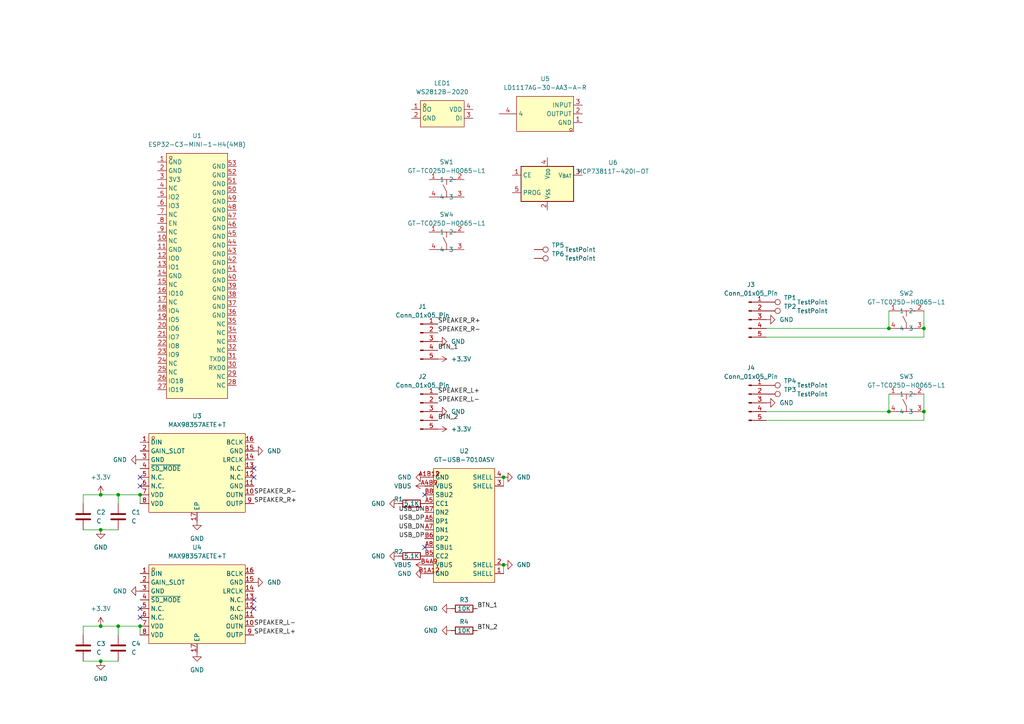
<source format=kicad_sch>
(kicad_sch (version 20230121) (generator eeschema)

  (uuid dad28806-d313-4466-b1b9-6f8bae88d666)

  (paper "A4")

  (lib_symbols
    (symbol "Battery_Management:MCP73811T-420I-OT" (in_bom yes) (on_board yes)
      (property "Reference" "U" (at -6.35 6.35 0)
        (effects (font (size 1.27 1.27)))
      )
      (property "Value" "MCP73811T-420I-OT" (at 1.27 6.35 0)
        (effects (font (size 1.27 1.27)) (justify left))
      )
      (property "Footprint" "Package_TO_SOT_SMD:SOT-23-5" (at 1.27 -6.35 0)
        (effects (font (size 1.27 1.27)) (justify left) hide)
      )
      (property "Datasheet" "http://ww1.microchip.com/downloads/en/DeviceDoc/22036b.pdf" (at -6.35 6.35 0)
        (effects (font (size 1.27 1.27)) hide)
      )
      (property "ki_keywords" "Lithium-Ion Battery Charger" (at 0 0 0)
        (effects (font (size 1.27 1.27)) hide)
      )
      (property "ki_description" "Simple, Miniature Single-Cell, Fully Integrated Li-Ion / Li-Polymer Charge Management Controllers, 85mA/450mA, 4.2V, SOT23-5" (at 0 0 0)
        (effects (font (size 1.27 1.27)) hide)
      )
      (property "ki_fp_filters" "SOT?23*" (at 0 0 0)
        (effects (font (size 1.27 1.27)) hide)
      )
      (symbol "MCP73811T-420I-OT_0_1"
        (rectangle (start -7.62 5.08) (end 7.62 -5.08)
          (stroke (width 0.254) (type default))
          (fill (type background))
        )
      )
      (symbol "MCP73811T-420I-OT_1_1"
        (pin input line (at -10.16 2.54 0) (length 2.54)
          (name "CE" (effects (font (size 1.27 1.27))))
          (number "1" (effects (font (size 1.27 1.27))))
        )
        (pin power_in line (at 0 -7.62 90) (length 2.54)
          (name "V_{SS}" (effects (font (size 1.27 1.27))))
          (number "2" (effects (font (size 1.27 1.27))))
        )
        (pin power_out line (at 10.16 2.54 180) (length 2.54)
          (name "V_{BAT}" (effects (font (size 1.27 1.27))))
          (number "3" (effects (font (size 1.27 1.27))))
        )
        (pin power_in line (at 0 7.62 270) (length 2.54)
          (name "V_{DD}" (effects (font (size 1.27 1.27))))
          (number "4" (effects (font (size 1.27 1.27))))
        )
        (pin input line (at -10.16 -2.54 0) (length 2.54)
          (name "PROG" (effects (font (size 1.27 1.27))))
          (number "5" (effects (font (size 1.27 1.27))))
        )
      )
    )
    (symbol "Connector:Conn_01x05_Pin" (pin_names (offset 1.016) hide) (in_bom yes) (on_board yes)
      (property "Reference" "J" (at 0 7.62 0)
        (effects (font (size 1.27 1.27)))
      )
      (property "Value" "Conn_01x05_Pin" (at 0 -7.62 0)
        (effects (font (size 1.27 1.27)))
      )
      (property "Footprint" "" (at 0 0 0)
        (effects (font (size 1.27 1.27)) hide)
      )
      (property "Datasheet" "~" (at 0 0 0)
        (effects (font (size 1.27 1.27)) hide)
      )
      (property "ki_locked" "" (at 0 0 0)
        (effects (font (size 1.27 1.27)))
      )
      (property "ki_keywords" "connector" (at 0 0 0)
        (effects (font (size 1.27 1.27)) hide)
      )
      (property "ki_description" "Generic connector, single row, 01x05, script generated" (at 0 0 0)
        (effects (font (size 1.27 1.27)) hide)
      )
      (property "ki_fp_filters" "Connector*:*_1x??_*" (at 0 0 0)
        (effects (font (size 1.27 1.27)) hide)
      )
      (symbol "Conn_01x05_Pin_1_1"
        (polyline
          (pts
            (xy 1.27 -5.08)
            (xy 0.8636 -5.08)
          )
          (stroke (width 0.1524) (type default))
          (fill (type none))
        )
        (polyline
          (pts
            (xy 1.27 -2.54)
            (xy 0.8636 -2.54)
          )
          (stroke (width 0.1524) (type default))
          (fill (type none))
        )
        (polyline
          (pts
            (xy 1.27 0)
            (xy 0.8636 0)
          )
          (stroke (width 0.1524) (type default))
          (fill (type none))
        )
        (polyline
          (pts
            (xy 1.27 2.54)
            (xy 0.8636 2.54)
          )
          (stroke (width 0.1524) (type default))
          (fill (type none))
        )
        (polyline
          (pts
            (xy 1.27 5.08)
            (xy 0.8636 5.08)
          )
          (stroke (width 0.1524) (type default))
          (fill (type none))
        )
        (rectangle (start 0.8636 -4.953) (end 0 -5.207)
          (stroke (width 0.1524) (type default))
          (fill (type outline))
        )
        (rectangle (start 0.8636 -2.413) (end 0 -2.667)
          (stroke (width 0.1524) (type default))
          (fill (type outline))
        )
        (rectangle (start 0.8636 0.127) (end 0 -0.127)
          (stroke (width 0.1524) (type default))
          (fill (type outline))
        )
        (rectangle (start 0.8636 2.667) (end 0 2.413)
          (stroke (width 0.1524) (type default))
          (fill (type outline))
        )
        (rectangle (start 0.8636 5.207) (end 0 4.953)
          (stroke (width 0.1524) (type default))
          (fill (type outline))
        )
        (pin passive line (at 5.08 5.08 180) (length 3.81)
          (name "Pin_1" (effects (font (size 1.27 1.27))))
          (number "1" (effects (font (size 1.27 1.27))))
        )
        (pin passive line (at 5.08 2.54 180) (length 3.81)
          (name "Pin_2" (effects (font (size 1.27 1.27))))
          (number "2" (effects (font (size 1.27 1.27))))
        )
        (pin passive line (at 5.08 0 180) (length 3.81)
          (name "Pin_3" (effects (font (size 1.27 1.27))))
          (number "3" (effects (font (size 1.27 1.27))))
        )
        (pin passive line (at 5.08 -2.54 180) (length 3.81)
          (name "Pin_4" (effects (font (size 1.27 1.27))))
          (number "4" (effects (font (size 1.27 1.27))))
        )
        (pin passive line (at 5.08 -5.08 180) (length 3.81)
          (name "Pin_5" (effects (font (size 1.27 1.27))))
          (number "5" (effects (font (size 1.27 1.27))))
        )
      )
    )
    (symbol "Connector:TestPoint" (pin_numbers hide) (pin_names (offset 0.762) hide) (in_bom yes) (on_board yes)
      (property "Reference" "TP" (at 0 6.858 0)
        (effects (font (size 1.27 1.27)))
      )
      (property "Value" "TestPoint" (at 0 5.08 0)
        (effects (font (size 1.27 1.27)))
      )
      (property "Footprint" "" (at 5.08 0 0)
        (effects (font (size 1.27 1.27)) hide)
      )
      (property "Datasheet" "~" (at 5.08 0 0)
        (effects (font (size 1.27 1.27)) hide)
      )
      (property "ki_keywords" "test point tp" (at 0 0 0)
        (effects (font (size 1.27 1.27)) hide)
      )
      (property "ki_description" "test point" (at 0 0 0)
        (effects (font (size 1.27 1.27)) hide)
      )
      (property "ki_fp_filters" "Pin* Test*" (at 0 0 0)
        (effects (font (size 1.27 1.27)) hide)
      )
      (symbol "TestPoint_0_1"
        (circle (center 0 3.302) (radius 0.762)
          (stroke (width 0) (type default))
          (fill (type none))
        )
      )
      (symbol "TestPoint_1_1"
        (pin passive line (at 0 0 90) (length 2.54)
          (name "1" (effects (font (size 1.27 1.27))))
          (number "1" (effects (font (size 1.27 1.27))))
        )
      )
    )
    (symbol "Device:C" (pin_numbers hide) (pin_names (offset 0.254)) (in_bom yes) (on_board yes)
      (property "Reference" "C" (at 0.635 2.54 0)
        (effects (font (size 1.27 1.27)) (justify left))
      )
      (property "Value" "C" (at 0.635 -2.54 0)
        (effects (font (size 1.27 1.27)) (justify left))
      )
      (property "Footprint" "" (at 0.9652 -3.81 0)
        (effects (font (size 1.27 1.27)) hide)
      )
      (property "Datasheet" "~" (at 0 0 0)
        (effects (font (size 1.27 1.27)) hide)
      )
      (property "ki_keywords" "cap capacitor" (at 0 0 0)
        (effects (font (size 1.27 1.27)) hide)
      )
      (property "ki_description" "Unpolarized capacitor" (at 0 0 0)
        (effects (font (size 1.27 1.27)) hide)
      )
      (property "ki_fp_filters" "C_*" (at 0 0 0)
        (effects (font (size 1.27 1.27)) hide)
      )
      (symbol "C_0_1"
        (polyline
          (pts
            (xy -2.032 -0.762)
            (xy 2.032 -0.762)
          )
          (stroke (width 0.508) (type default))
          (fill (type none))
        )
        (polyline
          (pts
            (xy -2.032 0.762)
            (xy 2.032 0.762)
          )
          (stroke (width 0.508) (type default))
          (fill (type none))
        )
      )
      (symbol "C_1_1"
        (pin passive line (at 0 3.81 270) (length 2.794)
          (name "~" (effects (font (size 1.27 1.27))))
          (number "1" (effects (font (size 1.27 1.27))))
        )
        (pin passive line (at 0 -3.81 90) (length 2.794)
          (name "~" (effects (font (size 1.27 1.27))))
          (number "2" (effects (font (size 1.27 1.27))))
        )
      )
    )
    (symbol "Device:R" (pin_numbers hide) (pin_names (offset 0)) (in_bom yes) (on_board yes)
      (property "Reference" "R" (at 2.032 0 90)
        (effects (font (size 1.27 1.27)))
      )
      (property "Value" "R" (at 0 0 90)
        (effects (font (size 1.27 1.27)))
      )
      (property "Footprint" "" (at -1.778 0 90)
        (effects (font (size 1.27 1.27)) hide)
      )
      (property "Datasheet" "~" (at 0 0 0)
        (effects (font (size 1.27 1.27)) hide)
      )
      (property "ki_keywords" "R res resistor" (at 0 0 0)
        (effects (font (size 1.27 1.27)) hide)
      )
      (property "ki_description" "Resistor" (at 0 0 0)
        (effects (font (size 1.27 1.27)) hide)
      )
      (property "ki_fp_filters" "R_*" (at 0 0 0)
        (effects (font (size 1.27 1.27)) hide)
      )
      (symbol "R_0_1"
        (rectangle (start -1.016 -2.54) (end 1.016 2.54)
          (stroke (width 0.254) (type default))
          (fill (type none))
        )
      )
      (symbol "R_1_1"
        (pin passive line (at 0 3.81 270) (length 1.27)
          (name "~" (effects (font (size 1.27 1.27))))
          (number "1" (effects (font (size 1.27 1.27))))
        )
        (pin passive line (at 0 -3.81 90) (length 1.27)
          (name "~" (effects (font (size 1.27 1.27))))
          (number "2" (effects (font (size 1.27 1.27))))
        )
      )
    )
    (symbol "easyeda2kicad:ESP32-C3-MINI-1-H4(4MB)" (in_bom yes) (on_board yes)
      (property "Reference" "U" (at 0 38.1 0)
        (effects (font (size 1.27 1.27)))
      )
      (property "Value" "ESP32-C3-MINI-1-H4(4MB)" (at 0 -38.1 0)
        (effects (font (size 1.27 1.27)))
      )
      (property "Footprint" "easyeda2kicad:WIFIM-SMD_ESP32-C3-MINI-1" (at 0 -40.64 0)
        (effects (font (size 1.27 1.27)) hide)
      )
      (property "Datasheet" "" (at 0 0 0)
        (effects (font (size 1.27 1.27)) hide)
      )
      (property "LCSC Part" "C2934569" (at 0 -43.18 0)
        (effects (font (size 1.27 1.27)) hide)
      )
      (symbol "ESP32-C3-MINI-1-H4(4MB)_0_1"
        (rectangle (start -8.89 35.56) (end 8.89 -35.56)
          (stroke (width 0) (type default))
          (fill (type background))
        )
        (circle (center -7.62 34.29) (radius 0.38)
          (stroke (width 0) (type default))
          (fill (type none))
        )
        (pin unspecified line (at -11.43 33.02 0) (length 2.54)
          (name "GND" (effects (font (size 1.27 1.27))))
          (number "1" (effects (font (size 1.27 1.27))))
        )
        (pin unspecified line (at -11.43 10.16 0) (length 2.54)
          (name "NC" (effects (font (size 1.27 1.27))))
          (number "10" (effects (font (size 1.27 1.27))))
        )
        (pin unspecified line (at -11.43 7.62 0) (length 2.54)
          (name "GND" (effects (font (size 1.27 1.27))))
          (number "11" (effects (font (size 1.27 1.27))))
        )
        (pin unspecified line (at -11.43 5.08 0) (length 2.54)
          (name "IO0" (effects (font (size 1.27 1.27))))
          (number "12" (effects (font (size 1.27 1.27))))
        )
        (pin unspecified line (at -11.43 2.54 0) (length 2.54)
          (name "IO1" (effects (font (size 1.27 1.27))))
          (number "13" (effects (font (size 1.27 1.27))))
        )
        (pin unspecified line (at -11.43 0 0) (length 2.54)
          (name "GND" (effects (font (size 1.27 1.27))))
          (number "14" (effects (font (size 1.27 1.27))))
        )
        (pin unspecified line (at -11.43 -2.54 0) (length 2.54)
          (name "NC" (effects (font (size 1.27 1.27))))
          (number "15" (effects (font (size 1.27 1.27))))
        )
        (pin unspecified line (at -11.43 -5.08 0) (length 2.54)
          (name "IO10" (effects (font (size 1.27 1.27))))
          (number "16" (effects (font (size 1.27 1.27))))
        )
        (pin unspecified line (at -11.43 -7.62 0) (length 2.54)
          (name "NC" (effects (font (size 1.27 1.27))))
          (number "17" (effects (font (size 1.27 1.27))))
        )
        (pin unspecified line (at -11.43 -10.16 0) (length 2.54)
          (name "IO4" (effects (font (size 1.27 1.27))))
          (number "18" (effects (font (size 1.27 1.27))))
        )
        (pin unspecified line (at -11.43 -12.7 0) (length 2.54)
          (name "IO5" (effects (font (size 1.27 1.27))))
          (number "19" (effects (font (size 1.27 1.27))))
        )
        (pin unspecified line (at -11.43 30.48 0) (length 2.54)
          (name "GND" (effects (font (size 1.27 1.27))))
          (number "2" (effects (font (size 1.27 1.27))))
        )
        (pin unspecified line (at -11.43 -15.24 0) (length 2.54)
          (name "IO6" (effects (font (size 1.27 1.27))))
          (number "20" (effects (font (size 1.27 1.27))))
        )
        (pin unspecified line (at -11.43 -17.78 0) (length 2.54)
          (name "IO7" (effects (font (size 1.27 1.27))))
          (number "21" (effects (font (size 1.27 1.27))))
        )
        (pin unspecified line (at -11.43 -20.32 0) (length 2.54)
          (name "IO8" (effects (font (size 1.27 1.27))))
          (number "22" (effects (font (size 1.27 1.27))))
        )
        (pin unspecified line (at -11.43 -22.86 0) (length 2.54)
          (name "IO9" (effects (font (size 1.27 1.27))))
          (number "23" (effects (font (size 1.27 1.27))))
        )
        (pin unspecified line (at -11.43 -25.4 0) (length 2.54)
          (name "NC" (effects (font (size 1.27 1.27))))
          (number "24" (effects (font (size 1.27 1.27))))
        )
        (pin unspecified line (at -11.43 -27.94 0) (length 2.54)
          (name "NC" (effects (font (size 1.27 1.27))))
          (number "25" (effects (font (size 1.27 1.27))))
        )
        (pin unspecified line (at -11.43 -30.48 0) (length 2.54)
          (name "IO18" (effects (font (size 1.27 1.27))))
          (number "26" (effects (font (size 1.27 1.27))))
        )
        (pin unspecified line (at -11.43 -33.02 0) (length 2.54)
          (name "IO19" (effects (font (size 1.27 1.27))))
          (number "27" (effects (font (size 1.27 1.27))))
        )
        (pin unspecified line (at 11.43 -31.75 180) (length 2.54)
          (name "NC" (effects (font (size 1.27 1.27))))
          (number "28" (effects (font (size 1.27 1.27))))
        )
        (pin unspecified line (at 11.43 -29.21 180) (length 2.54)
          (name "NC" (effects (font (size 1.27 1.27))))
          (number "29" (effects (font (size 1.27 1.27))))
        )
        (pin unspecified line (at -11.43 27.94 0) (length 2.54)
          (name "3V3" (effects (font (size 1.27 1.27))))
          (number "3" (effects (font (size 1.27 1.27))))
        )
        (pin unspecified line (at 11.43 -26.67 180) (length 2.54)
          (name "RXD0" (effects (font (size 1.27 1.27))))
          (number "30" (effects (font (size 1.27 1.27))))
        )
        (pin unspecified line (at 11.43 -24.13 180) (length 2.54)
          (name "TXD0" (effects (font (size 1.27 1.27))))
          (number "31" (effects (font (size 1.27 1.27))))
        )
        (pin unspecified line (at 11.43 -21.59 180) (length 2.54)
          (name "NC" (effects (font (size 1.27 1.27))))
          (number "32" (effects (font (size 1.27 1.27))))
        )
        (pin unspecified line (at 11.43 -19.05 180) (length 2.54)
          (name "NC" (effects (font (size 1.27 1.27))))
          (number "33" (effects (font (size 1.27 1.27))))
        )
        (pin unspecified line (at 11.43 -16.51 180) (length 2.54)
          (name "NC" (effects (font (size 1.27 1.27))))
          (number "34" (effects (font (size 1.27 1.27))))
        )
        (pin unspecified line (at 11.43 -13.97 180) (length 2.54)
          (name "NC" (effects (font (size 1.27 1.27))))
          (number "35" (effects (font (size 1.27 1.27))))
        )
        (pin unspecified line (at 11.43 -11.43 180) (length 2.54)
          (name "GND" (effects (font (size 1.27 1.27))))
          (number "36" (effects (font (size 1.27 1.27))))
        )
        (pin unspecified line (at 11.43 -8.89 180) (length 2.54)
          (name "GND" (effects (font (size 1.27 1.27))))
          (number "37" (effects (font (size 1.27 1.27))))
        )
        (pin unspecified line (at 11.43 -6.35 180) (length 2.54)
          (name "GND" (effects (font (size 1.27 1.27))))
          (number "38" (effects (font (size 1.27 1.27))))
        )
        (pin unspecified line (at 11.43 -3.81 180) (length 2.54)
          (name "GND" (effects (font (size 1.27 1.27))))
          (number "39" (effects (font (size 1.27 1.27))))
        )
        (pin unspecified line (at -11.43 25.4 0) (length 2.54)
          (name "NC" (effects (font (size 1.27 1.27))))
          (number "4" (effects (font (size 1.27 1.27))))
        )
        (pin unspecified line (at 11.43 -1.27 180) (length 2.54)
          (name "GND" (effects (font (size 1.27 1.27))))
          (number "40" (effects (font (size 1.27 1.27))))
        )
        (pin unspecified line (at 11.43 1.27 180) (length 2.54)
          (name "GND" (effects (font (size 1.27 1.27))))
          (number "41" (effects (font (size 1.27 1.27))))
        )
        (pin unspecified line (at 11.43 3.81 180) (length 2.54)
          (name "GND" (effects (font (size 1.27 1.27))))
          (number "42" (effects (font (size 1.27 1.27))))
        )
        (pin unspecified line (at 11.43 6.35 180) (length 2.54)
          (name "GND" (effects (font (size 1.27 1.27))))
          (number "43" (effects (font (size 1.27 1.27))))
        )
        (pin unspecified line (at 11.43 8.89 180) (length 2.54)
          (name "GND" (effects (font (size 1.27 1.27))))
          (number "44" (effects (font (size 1.27 1.27))))
        )
        (pin unspecified line (at 11.43 11.43 180) (length 2.54)
          (name "GND" (effects (font (size 1.27 1.27))))
          (number "45" (effects (font (size 1.27 1.27))))
        )
        (pin unspecified line (at 11.43 13.97 180) (length 2.54)
          (name "GND" (effects (font (size 1.27 1.27))))
          (number "46" (effects (font (size 1.27 1.27))))
        )
        (pin unspecified line (at 11.43 16.51 180) (length 2.54)
          (name "GND" (effects (font (size 1.27 1.27))))
          (number "47" (effects (font (size 1.27 1.27))))
        )
        (pin unspecified line (at 11.43 19.05 180) (length 2.54)
          (name "GND" (effects (font (size 1.27 1.27))))
          (number "48" (effects (font (size 1.27 1.27))))
        )
        (pin unspecified line (at 11.43 21.59 180) (length 2.54)
          (name "GND" (effects (font (size 1.27 1.27))))
          (number "49" (effects (font (size 1.27 1.27))))
        )
        (pin unspecified line (at -11.43 22.86 0) (length 2.54)
          (name "IO2" (effects (font (size 1.27 1.27))))
          (number "5" (effects (font (size 1.27 1.27))))
        )
        (pin unspecified line (at 11.43 24.13 180) (length 2.54)
          (name "GND" (effects (font (size 1.27 1.27))))
          (number "50" (effects (font (size 1.27 1.27))))
        )
        (pin unspecified line (at 11.43 26.67 180) (length 2.54)
          (name "GND" (effects (font (size 1.27 1.27))))
          (number "51" (effects (font (size 1.27 1.27))))
        )
        (pin unspecified line (at 11.43 29.21 180) (length 2.54)
          (name "GND" (effects (font (size 1.27 1.27))))
          (number "52" (effects (font (size 1.27 1.27))))
        )
        (pin unspecified line (at 11.43 31.75 180) (length 2.54)
          (name "GND" (effects (font (size 1.27 1.27))))
          (number "53" (effects (font (size 1.27 1.27))))
        )
        (pin unspecified line (at -11.43 20.32 0) (length 2.54)
          (name "IO3" (effects (font (size 1.27 1.27))))
          (number "6" (effects (font (size 1.27 1.27))))
        )
        (pin unspecified line (at -11.43 17.78 0) (length 2.54)
          (name "NC" (effects (font (size 1.27 1.27))))
          (number "7" (effects (font (size 1.27 1.27))))
        )
        (pin unspecified line (at -11.43 15.24 0) (length 2.54)
          (name "EN" (effects (font (size 1.27 1.27))))
          (number "8" (effects (font (size 1.27 1.27))))
        )
        (pin unspecified line (at -11.43 12.7 0) (length 2.54)
          (name "NC" (effects (font (size 1.27 1.27))))
          (number "9" (effects (font (size 1.27 1.27))))
        )
      )
    )
    (symbol "easyeda2kicad:GT-TC025D-H0065-L1" (in_bom yes) (on_board yes)
      (property "Reference" "SW" (at 0 7.62 0)
        (effects (font (size 1.27 1.27)))
      )
      (property "Value" "GT-TC025D-H0065-L1" (at 0 -7.62 0)
        (effects (font (size 1.27 1.27)))
      )
      (property "Footprint" "easyeda2kicad:SW-SMD_4P-L3.0-W2.6-P1.80-LS3.4-TL" (at 0 -10.16 0)
        (effects (font (size 1.27 1.27)) hide)
      )
      (property "Datasheet" "https://lcsc.com/product-detail/Tactile-Switches_G-Switch-GT-TC025D-H0065-L1_C778132.html" (at 0 -12.7 0)
        (effects (font (size 1.27 1.27)) hide)
      )
      (property "LCSC Part" "C778132" (at 0 -15.24 0)
        (effects (font (size 1.27 1.27)) hide)
      )
      (symbol "GT-TC025D-H0065-L1_0_1"
        (polyline
          (pts
            (xy -2.54 -2.54)
            (xy 2.54 -2.54)
          )
          (stroke (width 0) (type default))
          (fill (type none))
        )
        (polyline
          (pts
            (xy -2.54 2.54)
            (xy 2.54 2.54)
          )
          (stroke (width 0) (type default))
          (fill (type none))
        )
        (polyline
          (pts
            (xy 0 2.54)
            (xy 0 1.02)
          )
          (stroke (width 0) (type default))
          (fill (type none))
        )
        (polyline
          (pts
            (xy 2.03 2.54)
            (xy 2.54 2.54)
          )
          (stroke (width 0) (type default))
          (fill (type none))
        )
        (polyline
          (pts
            (xy 0 -2.54)
            (xy 0 -1.02)
            (xy -1.02 1.02)
          )
          (stroke (width 0) (type default))
          (fill (type none))
        )
        (pin unspecified line (at -5.08 2.54 0) (length 2.54)
          (name "1" (effects (font (size 1.27 1.27))))
          (number "1" (effects (font (size 1.27 1.27))))
        )
        (pin unspecified line (at 5.08 2.54 180) (length 2.54)
          (name "2" (effects (font (size 1.27 1.27))))
          (number "2" (effects (font (size 1.27 1.27))))
        )
        (pin unspecified line (at 5.08 -2.54 180) (length 2.54)
          (name "3" (effects (font (size 1.27 1.27))))
          (number "3" (effects (font (size 1.27 1.27))))
        )
        (pin unspecified line (at -5.08 -2.54 0) (length 2.54)
          (name "4" (effects (font (size 1.27 1.27))))
          (number "4" (effects (font (size 1.27 1.27))))
        )
      )
    )
    (symbol "easyeda2kicad:GT-USB-7010ASV" (in_bom yes) (on_board yes)
      (property "Reference" "U" (at 0 20.32 0)
        (effects (font (size 1.27 1.27)))
      )
      (property "Value" "GT-USB-7010ASV" (at 0 -17.78 0)
        (effects (font (size 1.27 1.27)))
      )
      (property "Footprint" "easyeda2kicad:USB-C-SMD_G-SWITCH_GT-USB-7010ASV" (at 0 -20.32 0)
        (effects (font (size 1.27 1.27)) hide)
      )
      (property "Datasheet" "" (at 0 0 0)
        (effects (font (size 1.27 1.27)) hide)
      )
      (property "LCSC Part" "C2988369" (at 0 -22.86 0)
        (effects (font (size 1.27 1.27)) hide)
      )
      (symbol "GT-USB-7010ASV_0_1"
        (rectangle (start -10.16 17.78) (end 7.62 -15.24)
          (stroke (width 0) (type default))
          (fill (type background))
        )
        (circle (center -8.89 16.51) (radius 0.38)
          (stroke (width 0) (type default))
          (fill (type none))
        )
        (pin unspecified line (at 10.16 -12.7 180) (length 2.54)
          (name "SHELL" (effects (font (size 1.27 1.27))))
          (number "1" (effects (font (size 1.27 1.27))))
        )
        (pin unspecified line (at 10.16 -10.16 180) (length 2.54)
          (name "SHELL" (effects (font (size 1.27 1.27))))
          (number "2" (effects (font (size 1.27 1.27))))
        )
        (pin unspecified line (at 10.16 12.7 180) (length 2.54)
          (name "SHELL" (effects (font (size 1.27 1.27))))
          (number "3" (effects (font (size 1.27 1.27))))
        )
        (pin unspecified line (at 10.16 15.24 180) (length 2.54)
          (name "SHELL" (effects (font (size 1.27 1.27))))
          (number "4" (effects (font (size 1.27 1.27))))
        )
        (pin unspecified line (at -12.7 15.24 0) (length 2.54)
          (name "GND" (effects (font (size 1.27 1.27))))
          (number "A1B12" (effects (font (size 1.27 1.27))))
        )
        (pin unspecified line (at -12.7 12.7 0) (length 2.54)
          (name "VBUS" (effects (font (size 1.27 1.27))))
          (number "A4B9" (effects (font (size 1.27 1.27))))
        )
        (pin unspecified line (at -12.7 7.62 0) (length 2.54)
          (name "CC1" (effects (font (size 1.27 1.27))))
          (number "A5" (effects (font (size 1.27 1.27))))
        )
        (pin unspecified line (at -12.7 2.54 0) (length 2.54)
          (name "DP1" (effects (font (size 1.27 1.27))))
          (number "A6" (effects (font (size 1.27 1.27))))
        )
        (pin unspecified line (at -12.7 0 0) (length 2.54)
          (name "DN1" (effects (font (size 1.27 1.27))))
          (number "A7" (effects (font (size 1.27 1.27))))
        )
        (pin unspecified line (at -12.7 -5.08 0) (length 2.54)
          (name "SBU1" (effects (font (size 1.27 1.27))))
          (number "A8" (effects (font (size 1.27 1.27))))
        )
        (pin unspecified line (at -12.7 -12.7 0) (length 2.54)
          (name "GND" (effects (font (size 1.27 1.27))))
          (number "B1A12" (effects (font (size 1.27 1.27))))
        )
        (pin unspecified line (at -12.7 -10.16 0) (length 2.54)
          (name "VBUS" (effects (font (size 1.27 1.27))))
          (number "B4A9" (effects (font (size 1.27 1.27))))
        )
        (pin unspecified line (at -12.7 -7.62 0) (length 2.54)
          (name "CC2" (effects (font (size 1.27 1.27))))
          (number "B5" (effects (font (size 1.27 1.27))))
        )
        (pin unspecified line (at -12.7 -2.54 0) (length 2.54)
          (name "DP2" (effects (font (size 1.27 1.27))))
          (number "B6" (effects (font (size 1.27 1.27))))
        )
        (pin unspecified line (at -12.7 5.08 0) (length 2.54)
          (name "DN2" (effects (font (size 1.27 1.27))))
          (number "B7" (effects (font (size 1.27 1.27))))
        )
        (pin unspecified line (at -12.7 10.16 0) (length 2.54)
          (name "SBU2" (effects (font (size 1.27 1.27))))
          (number "B8" (effects (font (size 1.27 1.27))))
        )
      )
    )
    (symbol "easyeda2kicad:LD1117AG-30-AA3-A-R" (in_bom yes) (on_board yes)
      (property "Reference" "U" (at 0 17.78 0)
        (effects (font (size 1.27 1.27)))
      )
      (property "Value" "LD1117AG-30-AA3-A-R" (at 0 -16.51 0)
        (effects (font (size 1.27 1.27)))
      )
      (property "Footprint" "easyeda2kicad:SOT-223_L6.5-W3.5-P2.30-LS7.0-BR" (at 0 -19.05 0)
        (effects (font (size 1.27 1.27)) hide)
      )
      (property "Datasheet" "https://lcsc.com/product-detail/Others_LD1117AG-30-AA3-A-R_C190250.html" (at 0 -21.59 0)
        (effects (font (size 1.27 1.27)) hide)
      )
      (property "LCSC Part" "C190250" (at 0 -24.13 0)
        (effects (font (size 1.27 1.27)) hide)
      )
      (symbol "LD1117AG-30-AA3-A-R_0_1"
        (rectangle (start -5.08 7.62) (end 5.08 -8.89)
          (stroke (width 0) (type default))
          (fill (type background))
        )
        (circle (center -4.57 -8.13) (radius 0.38)
          (stroke (width 0) (type default))
          (fill (type none))
        )
        (pin unspecified line (at -2.54 -11.43 90) (length 2.54)
          (name "GND" (effects (font (size 1.27 1.27))))
          (number "1" (effects (font (size 1.27 1.27))))
        )
        (pin unspecified line (at 0 -11.43 90) (length 2.54)
          (name "OUTPUT" (effects (font (size 1.27 1.27))))
          (number "2" (effects (font (size 1.27 1.27))))
        )
        (pin unspecified line (at 2.54 -11.43 90) (length 2.54)
          (name "INPUT" (effects (font (size 1.27 1.27))))
          (number "3" (effects (font (size 1.27 1.27))))
        )
        (pin unspecified line (at 0 12.7 270) (length 5.08)
          (name "4" (effects (font (size 1.27 1.27))))
          (number "4" (effects (font (size 1.27 1.27))))
        )
      )
    )
    (symbol "easyeda2kicad:MAX98357AETE+T" (in_bom yes) (on_board yes)
      (property "Reference" "U" (at 0 13.97 0)
        (effects (font (size 1.27 1.27)))
      )
      (property "Value" "MAX98357AETE+T" (at 0 -19.05 0)
        (effects (font (size 1.27 1.27)))
      )
      (property "Footprint" "easyeda2kicad:TQFN-16_L3.0-W3.0-P0.50-BL-EP1.5" (at 0 -21.59 0)
        (effects (font (size 1.27 1.27)) hide)
      )
      (property "Datasheet" "" (at 0 0 0)
        (effects (font (size 1.27 1.27)) hide)
      )
      (property "LCSC Part" "C910544" (at 0 -24.13 0)
        (effects (font (size 1.27 1.27)) hide)
      )
      (symbol "MAX98357AETE+T_0_1"
        (rectangle (start -13.97 11.43) (end 13.97 -11.43)
          (stroke (width 0) (type default))
          (fill (type background))
        )
        (circle (center -12.7 10.16) (radius 0.38)
          (stroke (width 0) (type default))
          (fill (type none))
        )
        (pin unspecified line (at -16.51 8.89 0) (length 2.54)
          (name "DIN" (effects (font (size 1.27 1.27))))
          (number "1" (effects (font (size 1.27 1.27))))
        )
        (pin unspecified line (at 16.51 -6.35 180) (length 2.54)
          (name "OUTN" (effects (font (size 1.27 1.27))))
          (number "10" (effects (font (size 1.27 1.27))))
        )
        (pin unspecified line (at 16.51 -3.81 180) (length 2.54)
          (name "GND" (effects (font (size 1.27 1.27))))
          (number "11" (effects (font (size 1.27 1.27))))
        )
        (pin unspecified line (at 16.51 -1.27 180) (length 2.54)
          (name "N.C." (effects (font (size 1.27 1.27))))
          (number "12" (effects (font (size 1.27 1.27))))
        )
        (pin unspecified line (at 16.51 1.27 180) (length 2.54)
          (name "N.C." (effects (font (size 1.27 1.27))))
          (number "13" (effects (font (size 1.27 1.27))))
        )
        (pin unspecified line (at 16.51 3.81 180) (length 2.54)
          (name "LRCLK" (effects (font (size 1.27 1.27))))
          (number "14" (effects (font (size 1.27 1.27))))
        )
        (pin unspecified line (at 16.51 6.35 180) (length 2.54)
          (name "GND" (effects (font (size 1.27 1.27))))
          (number "15" (effects (font (size 1.27 1.27))))
        )
        (pin unspecified line (at 16.51 8.89 180) (length 2.54)
          (name "BCLK" (effects (font (size 1.27 1.27))))
          (number "16" (effects (font (size 1.27 1.27))))
        )
        (pin unspecified line (at 0 -13.97 90) (length 2.54)
          (name "EP" (effects (font (size 1.27 1.27))))
          (number "17" (effects (font (size 1.27 1.27))))
        )
        (pin unspecified line (at -16.51 6.35 0) (length 2.54)
          (name "GAIN_SLOT" (effects (font (size 1.27 1.27))))
          (number "2" (effects (font (size 1.27 1.27))))
        )
        (pin unspecified line (at -16.51 3.81 0) (length 2.54)
          (name "GND" (effects (font (size 1.27 1.27))))
          (number "3" (effects (font (size 1.27 1.27))))
        )
        (pin unspecified line (at -16.51 1.27 0) (length 2.54)
          (name "~{SD_MODE}" (effects (font (size 1.27 1.27))))
          (number "4" (effects (font (size 1.27 1.27))))
        )
        (pin unspecified line (at -16.51 -1.27 0) (length 2.54)
          (name "N.C." (effects (font (size 1.27 1.27))))
          (number "5" (effects (font (size 1.27 1.27))))
        )
        (pin unspecified line (at -16.51 -3.81 0) (length 2.54)
          (name "N.C." (effects (font (size 1.27 1.27))))
          (number "6" (effects (font (size 1.27 1.27))))
        )
        (pin unspecified line (at -16.51 -6.35 0) (length 2.54)
          (name "VDD" (effects (font (size 1.27 1.27))))
          (number "7" (effects (font (size 1.27 1.27))))
        )
        (pin unspecified line (at -16.51 -8.89 0) (length 2.54)
          (name "VDD" (effects (font (size 1.27 1.27))))
          (number "8" (effects (font (size 1.27 1.27))))
        )
        (pin unspecified line (at 16.51 -8.89 180) (length 2.54)
          (name "OUTP" (effects (font (size 1.27 1.27))))
          (number "9" (effects (font (size 1.27 1.27))))
        )
      )
    )
    (symbol "easyeda2kicad:WS2812B-2020" (in_bom yes) (on_board yes)
      (property "Reference" "LED" (at 0 6.35 0)
        (effects (font (size 1.27 1.27)))
      )
      (property "Value" "WS2812B-2020" (at 0 -6.35 0)
        (effects (font (size 1.27 1.27)))
      )
      (property "Footprint" "easyeda2kicad:LED-SMD_4P-L2.0-W2.0-TL_WS2812B-2020" (at 0 -8.89 0)
        (effects (font (size 1.27 1.27)) hide)
      )
      (property "Datasheet" "https://lcsc.com/product-detail/Light-Emitting-Diodes-LED_Worldsemi-WS2812B-2020_C965555.html" (at 0 -11.43 0)
        (effects (font (size 1.27 1.27)) hide)
      )
      (property "LCSC Part" "C965555" (at 0 -13.97 0)
        (effects (font (size 1.27 1.27)) hide)
      )
      (symbol "WS2812B-2020_0_1"
        (rectangle (start -6.35 3.81) (end 6.35 -3.81)
          (stroke (width 0) (type default))
          (fill (type background))
        )
        (circle (center -5.08 2.54) (radius 0.38)
          (stroke (width 0) (type default))
          (fill (type none))
        )
        (pin unspecified line (at -8.89 1.27 0) (length 2.54)
          (name "DO" (effects (font (size 1.27 1.27))))
          (number "1" (effects (font (size 1.27 1.27))))
        )
        (pin unspecified line (at -8.89 -1.27 0) (length 2.54)
          (name "GND" (effects (font (size 1.27 1.27))))
          (number "2" (effects (font (size 1.27 1.27))))
        )
        (pin unspecified line (at 8.89 -1.27 180) (length 2.54)
          (name "DI" (effects (font (size 1.27 1.27))))
          (number "3" (effects (font (size 1.27 1.27))))
        )
        (pin unspecified line (at 8.89 1.27 180) (length 2.54)
          (name "VDD" (effects (font (size 1.27 1.27))))
          (number "4" (effects (font (size 1.27 1.27))))
        )
      )
    )
    (symbol "power:+3.3V" (power) (pin_names (offset 0)) (in_bom yes) (on_board yes)
      (property "Reference" "#PWR" (at 0 -3.81 0)
        (effects (font (size 1.27 1.27)) hide)
      )
      (property "Value" "+3.3V" (at 0 3.556 0)
        (effects (font (size 1.27 1.27)))
      )
      (property "Footprint" "" (at 0 0 0)
        (effects (font (size 1.27 1.27)) hide)
      )
      (property "Datasheet" "" (at 0 0 0)
        (effects (font (size 1.27 1.27)) hide)
      )
      (property "ki_keywords" "global power" (at 0 0 0)
        (effects (font (size 1.27 1.27)) hide)
      )
      (property "ki_description" "Power symbol creates a global label with name \"+3.3V\"" (at 0 0 0)
        (effects (font (size 1.27 1.27)) hide)
      )
      (symbol "+3.3V_0_1"
        (polyline
          (pts
            (xy -0.762 1.27)
            (xy 0 2.54)
          )
          (stroke (width 0) (type default))
          (fill (type none))
        )
        (polyline
          (pts
            (xy 0 0)
            (xy 0 2.54)
          )
          (stroke (width 0) (type default))
          (fill (type none))
        )
        (polyline
          (pts
            (xy 0 2.54)
            (xy 0.762 1.27)
          )
          (stroke (width 0) (type default))
          (fill (type none))
        )
      )
      (symbol "+3.3V_1_1"
        (pin power_in line (at 0 0 90) (length 0) hide
          (name "+3.3V" (effects (font (size 1.27 1.27))))
          (number "1" (effects (font (size 1.27 1.27))))
        )
      )
    )
    (symbol "power:GND" (power) (pin_names (offset 0)) (in_bom yes) (on_board yes)
      (property "Reference" "#PWR" (at 0 -6.35 0)
        (effects (font (size 1.27 1.27)) hide)
      )
      (property "Value" "GND" (at 0 -3.81 0)
        (effects (font (size 1.27 1.27)))
      )
      (property "Footprint" "" (at 0 0 0)
        (effects (font (size 1.27 1.27)) hide)
      )
      (property "Datasheet" "" (at 0 0 0)
        (effects (font (size 1.27 1.27)) hide)
      )
      (property "ki_keywords" "global power" (at 0 0 0)
        (effects (font (size 1.27 1.27)) hide)
      )
      (property "ki_description" "Power symbol creates a global label with name \"GND\" , ground" (at 0 0 0)
        (effects (font (size 1.27 1.27)) hide)
      )
      (symbol "GND_0_1"
        (polyline
          (pts
            (xy 0 0)
            (xy 0 -1.27)
            (xy 1.27 -1.27)
            (xy 0 -2.54)
            (xy -1.27 -1.27)
            (xy 0 -1.27)
          )
          (stroke (width 0) (type default))
          (fill (type none))
        )
      )
      (symbol "GND_1_1"
        (pin power_in line (at 0 0 270) (length 0) hide
          (name "GND" (effects (font (size 1.27 1.27))))
          (number "1" (effects (font (size 1.27 1.27))))
        )
      )
    )
    (symbol "power:VBUS" (power) (pin_names (offset 0)) (in_bom yes) (on_board yes)
      (property "Reference" "#PWR" (at 0 -3.81 0)
        (effects (font (size 1.27 1.27)) hide)
      )
      (property "Value" "VBUS" (at 0 3.81 0)
        (effects (font (size 1.27 1.27)))
      )
      (property "Footprint" "" (at 0 0 0)
        (effects (font (size 1.27 1.27)) hide)
      )
      (property "Datasheet" "" (at 0 0 0)
        (effects (font (size 1.27 1.27)) hide)
      )
      (property "ki_keywords" "global power" (at 0 0 0)
        (effects (font (size 1.27 1.27)) hide)
      )
      (property "ki_description" "Power symbol creates a global label with name \"VBUS\"" (at 0 0 0)
        (effects (font (size 1.27 1.27)) hide)
      )
      (symbol "VBUS_0_1"
        (polyline
          (pts
            (xy -0.762 1.27)
            (xy 0 2.54)
          )
          (stroke (width 0) (type default))
          (fill (type none))
        )
        (polyline
          (pts
            (xy 0 0)
            (xy 0 2.54)
          )
          (stroke (width 0) (type default))
          (fill (type none))
        )
        (polyline
          (pts
            (xy 0 2.54)
            (xy 0.762 1.27)
          )
          (stroke (width 0) (type default))
          (fill (type none))
        )
      )
      (symbol "VBUS_1_1"
        (pin power_in line (at 0 0 90) (length 0) hide
          (name "VBUS" (effects (font (size 1.27 1.27))))
          (number "1" (effects (font (size 1.27 1.27))))
        )
      )
    )
  )

  (junction (at 40.64 143.51) (diameter 0) (color 0 0 0 0)
    (uuid 04209b92-2eb6-4605-9333-e319b00a4c7c)
  )
  (junction (at 34.29 181.61) (diameter 0) (color 0 0 0 0)
    (uuid 05090aab-8644-496a-b182-ab65f0db29fa)
  )
  (junction (at 267.97 119.38) (diameter 0) (color 0 0 0 0)
    (uuid 18c1ad4d-0710-4911-9f0e-a78852968509)
  )
  (junction (at 29.21 143.51) (diameter 0) (color 0 0 0 0)
    (uuid 4585ee50-7286-46ae-8b8e-09de476af78c)
  )
  (junction (at 146.05 163.83) (diameter 0) (color 0 0 0 0)
    (uuid 47d332a0-c8c7-4781-a0ee-0f36cba3f2de)
  )
  (junction (at 29.21 181.61) (diameter 0) (color 0 0 0 0)
    (uuid 5f38f189-e7db-4ff8-8aa6-5cff3559206c)
  )
  (junction (at 29.21 153.67) (diameter 0) (color 0 0 0 0)
    (uuid 680f3b24-e62c-4a90-8161-53e64e052d28)
  )
  (junction (at 257.81 119.38) (diameter 0) (color 0 0 0 0)
    (uuid 9ad461f8-24bd-4042-b7fb-ebde6868d7ec)
  )
  (junction (at 29.21 191.77) (diameter 0) (color 0 0 0 0)
    (uuid b46c5391-9ed3-4ae6-a98a-2fcb15a18a17)
  )
  (junction (at 34.29 143.51) (diameter 0) (color 0 0 0 0)
    (uuid bf978a52-5082-4d5a-a2c1-6b5cf8f58af0)
  )
  (junction (at 267.97 95.25) (diameter 0) (color 0 0 0 0)
    (uuid ced66c58-9066-471d-877f-66a66f4df219)
  )
  (junction (at 40.64 181.61) (diameter 0) (color 0 0 0 0)
    (uuid d150043b-fba1-4ec5-8755-f41cf99cfa85)
  )
  (junction (at 146.05 138.43) (diameter 0) (color 0 0 0 0)
    (uuid d23d56a8-c8f9-4381-9363-54644d8fb72b)
  )
  (junction (at 257.81 95.25) (diameter 0) (color 0 0 0 0)
    (uuid de357700-8d12-453c-a99d-9fe78fcd4825)
  )

  (no_connect (at 123.19 143.51) (uuid 1226f706-69ec-4136-b3c6-916af64c6916))
  (no_connect (at 73.66 138.43) (uuid 205be340-cf1e-4bf4-bf3e-215129d23e1c))
  (no_connect (at 123.19 158.75) (uuid 3800ae8a-07c6-4c68-b96e-910c188f04f7))
  (no_connect (at 73.66 173.99) (uuid 59beb2f7-93ba-4d2b-91a1-6161072d5706))
  (no_connect (at 40.64 140.97) (uuid 6254f729-f694-4a80-a015-7908290f0da1))
  (no_connect (at 73.66 135.89) (uuid 784ef81f-9671-408c-a44c-8fe86e76e642))
  (no_connect (at 73.66 176.53) (uuid 8b2eae76-6885-4359-9620-fd9cf5ab22b9))
  (no_connect (at 40.64 179.07) (uuid ac314ac2-87f8-47a7-910e-a9750d844d52))
  (no_connect (at 40.64 138.43) (uuid aff4fc2b-1da5-4455-9443-ff0241e95984))
  (no_connect (at 40.64 176.53) (uuid c657025c-d01b-4227-ade6-460c9bdd7473))

  (wire (pts (xy 34.29 143.51) (xy 34.29 146.05))
    (stroke (width 0) (type default))
    (uuid 307f351e-ebfc-4a36-8ff0-53b14bc2a117)
  )
  (wire (pts (xy 222.25 119.38) (xy 257.81 119.38))
    (stroke (width 0) (type default))
    (uuid 3d296e6f-fb59-4f5c-835c-0680d18a103a)
  )
  (wire (pts (xy 267.97 97.79) (xy 267.97 95.25))
    (stroke (width 0) (type default))
    (uuid 3fee05b7-54a4-44fe-8e98-481668447924)
  )
  (wire (pts (xy 29.21 153.67) (xy 34.29 153.67))
    (stroke (width 0) (type default))
    (uuid 43852cab-5f6d-4343-9b90-7c7b92450cfa)
  )
  (wire (pts (xy 146.05 163.83) (xy 146.05 166.37))
    (stroke (width 0) (type default))
    (uuid 4698c217-9431-4273-9ba4-ef0f5b57645f)
  )
  (wire (pts (xy 24.13 181.61) (xy 24.13 184.15))
    (stroke (width 0) (type default))
    (uuid 47072e65-512f-4c03-9da7-229cf2c819c8)
  )
  (wire (pts (xy 257.81 114.3) (xy 257.81 119.38))
    (stroke (width 0) (type default))
    (uuid 518dec5c-50c4-406e-908b-ee98fc660c04)
  )
  (wire (pts (xy 29.21 143.51) (xy 24.13 143.51))
    (stroke (width 0) (type default))
    (uuid 5cb6e2ec-e1e6-4c4b-ad8d-4d4bccba6fdb)
  )
  (wire (pts (xy 29.21 181.61) (xy 24.13 181.61))
    (stroke (width 0) (type default))
    (uuid 6baf3336-b541-4da4-8170-fa32376c261f)
  )
  (wire (pts (xy 34.29 181.61) (xy 29.21 181.61))
    (stroke (width 0) (type default))
    (uuid 72c1decf-4079-41f8-b2ca-67144a6a51ee)
  )
  (wire (pts (xy 24.13 153.67) (xy 29.21 153.67))
    (stroke (width 0) (type default))
    (uuid 8541b7ed-ce9a-433d-8707-a74e221101f8)
  )
  (wire (pts (xy 40.64 143.51) (xy 40.64 146.05))
    (stroke (width 0) (type default))
    (uuid 858264ae-caf5-44ac-82c5-f054a667cc6a)
  )
  (wire (pts (xy 257.81 90.17) (xy 257.81 95.25))
    (stroke (width 0) (type default))
    (uuid 8ffb06f6-a93f-4c52-9ac5-d8c042d5cd0b)
  )
  (wire (pts (xy 24.13 191.77) (xy 29.21 191.77))
    (stroke (width 0) (type default))
    (uuid 92cf6a43-8518-4a4a-8c0c-ef414b0fd2d3)
  )
  (wire (pts (xy 34.29 143.51) (xy 29.21 143.51))
    (stroke (width 0) (type default))
    (uuid 9cc55d21-6dc5-41b6-b651-b3b846bdec95)
  )
  (wire (pts (xy 34.29 181.61) (xy 34.29 184.15))
    (stroke (width 0) (type default))
    (uuid 9f36dca8-8686-4c05-a56a-c7e311fbfaab)
  )
  (wire (pts (xy 267.97 90.17) (xy 267.97 95.25))
    (stroke (width 0) (type default))
    (uuid a2c92dc7-2d01-476e-b164-b4d90235fc46)
  )
  (wire (pts (xy 267.97 114.3) (xy 267.97 119.38))
    (stroke (width 0) (type default))
    (uuid a479e8d3-5656-458b-82e5-6e0539000987)
  )
  (wire (pts (xy 24.13 143.51) (xy 24.13 146.05))
    (stroke (width 0) (type default))
    (uuid abb75f52-4ac8-4824-a72d-2d78d4fba452)
  )
  (wire (pts (xy 222.25 97.79) (xy 267.97 97.79))
    (stroke (width 0) (type default))
    (uuid bd31fde0-474b-45df-8011-8bff04092747)
  )
  (wire (pts (xy 222.25 95.25) (xy 257.81 95.25))
    (stroke (width 0) (type default))
    (uuid bd91217b-c391-4d34-9702-432db323b710)
  )
  (wire (pts (xy 40.64 181.61) (xy 40.64 184.15))
    (stroke (width 0) (type default))
    (uuid c8573716-8065-4a46-8c99-613cebf7cb33)
  )
  (wire (pts (xy 146.05 138.43) (xy 146.05 140.97))
    (stroke (width 0) (type default))
    (uuid d2c3de52-be0f-475a-9fc4-b21e5bbfc17c)
  )
  (wire (pts (xy 40.64 181.61) (xy 34.29 181.61))
    (stroke (width 0) (type default))
    (uuid d42043ba-3599-4940-bb07-761b032360a8)
  )
  (wire (pts (xy 40.64 143.51) (xy 34.29 143.51))
    (stroke (width 0) (type default))
    (uuid d845e78b-05c7-4fba-a28f-2417e9e9d043)
  )
  (wire (pts (xy 29.21 191.77) (xy 34.29 191.77))
    (stroke (width 0) (type default))
    (uuid d952b92a-10de-4eee-a0d5-e33322ce3a81)
  )
  (wire (pts (xy 222.25 121.92) (xy 267.97 121.92))
    (stroke (width 0) (type default))
    (uuid da1a42b0-6220-4fed-8ead-4f130125aa41)
  )
  (wire (pts (xy 267.97 121.92) (xy 267.97 119.38))
    (stroke (width 0) (type default))
    (uuid dd251cdf-839a-44d7-b872-c2238983e9fb)
  )

  (label "USB_DN" (at 123.19 148.59 180) (fields_autoplaced)
    (effects (font (size 1.27 1.27)) (justify right bottom))
    (uuid 0061dd3c-4aa2-4d16-a914-8fc61c6d8176)
  )
  (label "BTN_2" (at 138.43 182.88 0) (fields_autoplaced)
    (effects (font (size 1.27 1.27)) (justify left bottom))
    (uuid 138d0ab3-52a3-4289-bec5-39837f372aca)
  )
  (label "SPEAKER_L+" (at 127 114.3 0) (fields_autoplaced)
    (effects (font (size 1.27 1.27)) (justify left bottom))
    (uuid 2ac6dd02-9a11-450a-a9a7-da9c3084bf21)
  )
  (label "SPEAKER_R+" (at 73.66 146.05 0) (fields_autoplaced)
    (effects (font (size 1.27 1.27)) (justify left bottom))
    (uuid 3df8ab92-5c95-4b93-8fa0-33ecdb850c26)
  )
  (label "USB_DN" (at 123.19 153.67 180) (fields_autoplaced)
    (effects (font (size 1.27 1.27)) (justify right bottom))
    (uuid 4df5b429-e6d4-48da-b129-1683003e35a9)
  )
  (label "BTN_1" (at 127 101.6 0) (fields_autoplaced)
    (effects (font (size 1.27 1.27)) (justify left bottom))
    (uuid 668d8fd1-8afc-48d1-8ff4-c29e67f11853)
  )
  (label "SPEAKER_R+" (at 127 93.98 0) (fields_autoplaced)
    (effects (font (size 1.27 1.27)) (justify left bottom))
    (uuid 73bf01ae-bf9d-4439-bd1e-531b9416c079)
  )
  (label "SPEAKER_R-" (at 73.66 143.51 0) (fields_autoplaced)
    (effects (font (size 1.27 1.27)) (justify left bottom))
    (uuid 7c3e241e-d554-4289-b6c3-f9643dac9776)
  )
  (label "SPEAKER_L-" (at 73.66 181.61 0) (fields_autoplaced)
    (effects (font (size 1.27 1.27)) (justify left bottom))
    (uuid 801447dc-723a-425b-bcd8-7f2c27b6abb1)
  )
  (label "SPEAKER_L-" (at 127 116.84 0) (fields_autoplaced)
    (effects (font (size 1.27 1.27)) (justify left bottom))
    (uuid b68cb404-f190-4595-9b0d-b866fd86b2aa)
  )
  (label "SPEAKER_L+" (at 73.66 184.15 0) (fields_autoplaced)
    (effects (font (size 1.27 1.27)) (justify left bottom))
    (uuid bb9f223a-2280-4035-925b-b604e132322a)
  )
  (label "USB_DP" (at 123.19 151.13 180) (fields_autoplaced)
    (effects (font (size 1.27 1.27)) (justify right bottom))
    (uuid c19f617e-6c40-458b-b19f-3652e92d966c)
  )
  (label "BTN_2" (at 127 121.92 0) (fields_autoplaced)
    (effects (font (size 1.27 1.27)) (justify left bottom))
    (uuid ceebbbea-fc32-414b-beac-5649aea7569b)
  )
  (label "USB_DP" (at 123.19 156.21 180) (fields_autoplaced)
    (effects (font (size 1.27 1.27)) (justify right bottom))
    (uuid d7aef64c-bbf5-4bbd-ae2f-893144027b33)
  )
  (label "BTN_1" (at 138.43 176.53 0) (fields_autoplaced)
    (effects (font (size 1.27 1.27)) (justify left bottom))
    (uuid e56b6e35-7e82-497b-8477-ccf592bfc5a5)
  )
  (label "SPEAKER_R-" (at 127 96.52 0) (fields_autoplaced)
    (effects (font (size 1.27 1.27)) (justify left bottom))
    (uuid eede636d-e9a1-4031-a9c0-0b1f1a045cc6)
  )

  (symbol (lib_id "power:+3.3V") (at 29.21 143.51 0) (unit 1)
    (in_bom yes) (on_board yes) (dnp no) (fields_autoplaced)
    (uuid 0ba4d46c-6714-4cc9-bbc0-303a51b0a447)
    (property "Reference" "#PWR025" (at 29.21 147.32 0)
      (effects (font (size 1.27 1.27)) hide)
    )
    (property "Value" "+3.3V" (at 29.21 138.43 0)
      (effects (font (size 1.27 1.27)))
    )
    (property "Footprint" "" (at 29.21 143.51 0)
      (effects (font (size 1.27 1.27)) hide)
    )
    (property "Datasheet" "" (at 29.21 143.51 0)
      (effects (font (size 1.27 1.27)) hide)
    )
    (pin "1" (uuid a526ab73-d091-4cd7-8887-762ad3aa17d0))
    (instances
      (project "esp32c3_audio_stereo"
        (path "/dad28806-d313-4466-b1b9-6f8bae88d666"
          (reference "#PWR025") (unit 1)
        )
      )
    )
  )

  (symbol (lib_id "Device:R") (at 119.38 146.05 90) (unit 1)
    (in_bom yes) (on_board yes) (dnp no)
    (uuid 0ccaa817-936b-47ab-9d5c-2038a7e1aff9)
    (property "Reference" "R1" (at 115.57 144.78 90)
      (effects (font (size 1.27 1.27)))
    )
    (property "Value" "5.1K" (at 119.38 146.05 90)
      (effects (font (size 1.27 1.27)))
    )
    (property "Footprint" "Resistor_SMD:R_0402_1005Metric" (at 119.38 147.828 90)
      (effects (font (size 1.27 1.27)) hide)
    )
    (property "Datasheet" "~" (at 119.38 146.05 0)
      (effects (font (size 1.27 1.27)) hide)
    )
    (pin "2" (uuid 6054e184-3517-470f-9b16-98acb56e1ab0))
    (pin "1" (uuid 57a87b16-6de9-4ce3-964e-9e5f8a143d54))
    (instances
      (project "esp32c3_audio_stereo"
        (path "/dad28806-d313-4466-b1b9-6f8bae88d666"
          (reference "R1") (unit 1)
        )
      )
    )
  )

  (symbol (lib_id "power:GND") (at 130.81 176.53 270) (unit 1)
    (in_bom yes) (on_board yes) (dnp no) (fields_autoplaced)
    (uuid 0d031347-32ff-4da9-aa5e-e7ebe5ff9040)
    (property "Reference" "#PWR013" (at 124.46 176.53 0)
      (effects (font (size 1.27 1.27)) hide)
    )
    (property "Value" "GND" (at 127 176.53 90)
      (effects (font (size 1.27 1.27)) (justify right))
    )
    (property "Footprint" "" (at 130.81 176.53 0)
      (effects (font (size 1.27 1.27)) hide)
    )
    (property "Datasheet" "" (at 130.81 176.53 0)
      (effects (font (size 1.27 1.27)) hide)
    )
    (pin "1" (uuid 6d39eb7b-02a7-4ed4-9661-f32c7acfb54a))
    (instances
      (project "esp32c3_audio_stereo"
        (path "/dad28806-d313-4466-b1b9-6f8bae88d666"
          (reference "#PWR013") (unit 1)
        )
      )
    )
  )

  (symbol (lib_id "power:VBUS") (at 123.19 140.97 90) (unit 1)
    (in_bom yes) (on_board yes) (dnp no) (fields_autoplaced)
    (uuid 0e179aac-9187-4e06-b108-fc662fc61428)
    (property "Reference" "#PWR07" (at 127 140.97 0)
      (effects (font (size 1.27 1.27)) hide)
    )
    (property "Value" "VBUS" (at 119.38 140.97 90)
      (effects (font (size 1.27 1.27)) (justify left))
    )
    (property "Footprint" "" (at 123.19 140.97 0)
      (effects (font (size 1.27 1.27)) hide)
    )
    (property "Datasheet" "" (at 123.19 140.97 0)
      (effects (font (size 1.27 1.27)) hide)
    )
    (pin "1" (uuid edcba8da-6e63-4396-a083-0117b056ba5e))
    (instances
      (project "esp32c3_audio_stereo"
        (path "/dad28806-d313-4466-b1b9-6f8bae88d666"
          (reference "#PWR07") (unit 1)
        )
      )
    )
  )

  (symbol (lib_id "Connector:Conn_01x05_Pin") (at 121.92 119.38 0) (unit 1)
    (in_bom yes) (on_board yes) (dnp no) (fields_autoplaced)
    (uuid 132919a8-0a54-4d0b-86ec-4c49e7f8027a)
    (property "Reference" "J2" (at 122.555 109.22 0)
      (effects (font (size 1.27 1.27)))
    )
    (property "Value" "Conn_01x05_Pin" (at 122.555 111.76 0)
      (effects (font (size 1.27 1.27)))
    )
    (property "Footprint" "Connector_JST:JST_SH_SM05B-SRSS-TB_1x05-1MP_P1.00mm_Horizontal" (at 121.92 119.38 0)
      (effects (font (size 1.27 1.27)) hide)
    )
    (property "Datasheet" "~" (at 121.92 119.38 0)
      (effects (font (size 1.27 1.27)) hide)
    )
    (pin "2" (uuid 0f3ed5ba-e136-4c6a-8b80-e172079fcb31))
    (pin "1" (uuid 9fb2dec9-f743-4d76-98a1-c37da9603357))
    (pin "4" (uuid e75e8dda-71c6-4a34-9ff4-de4c1820fa6b))
    (pin "3" (uuid 85652dd7-1852-483c-97dd-9d3971183061))
    (pin "5" (uuid 4c22b697-82ac-49e0-997c-9d9494f5cb71))
    (instances
      (project "esp32c3_audio_stereo"
        (path "/dad28806-d313-4466-b1b9-6f8bae88d666"
          (reference "J2") (unit 1)
        )
      )
    )
  )

  (symbol (lib_id "power:VBUS") (at 123.19 163.83 90) (unit 1)
    (in_bom yes) (on_board yes) (dnp no) (fields_autoplaced)
    (uuid 16a4bb49-625e-483b-ba7b-5bb66744f422)
    (property "Reference" "#PWR08" (at 127 163.83 0)
      (effects (font (size 1.27 1.27)) hide)
    )
    (property "Value" "VBUS" (at 119.38 163.83 90)
      (effects (font (size 1.27 1.27)) (justify left))
    )
    (property "Footprint" "" (at 123.19 163.83 0)
      (effects (font (size 1.27 1.27)) hide)
    )
    (property "Datasheet" "" (at 123.19 163.83 0)
      (effects (font (size 1.27 1.27)) hide)
    )
    (pin "1" (uuid 6f0758da-9294-4737-9ff4-1692da88a768))
    (instances
      (project "esp32c3_audio_stereo"
        (path "/dad28806-d313-4466-b1b9-6f8bae88d666"
          (reference "#PWR08") (unit 1)
        )
      )
    )
  )

  (symbol (lib_id "Connector:TestPoint") (at 222.25 114.3 270) (unit 1)
    (in_bom yes) (on_board yes) (dnp no)
    (uuid 17acf4c7-f5aa-4a10-b78e-db226dd54c74)
    (property "Reference" "TP3" (at 227.33 113.03 90)
      (effects (font (size 1.27 1.27)) (justify left))
    )
    (property "Value" "TestPoint" (at 231.14 114.3 90)
      (effects (font (size 1.27 1.27)) (justify left))
    )
    (property "Footprint" "TestPoint:TestPoint_Pad_D1.5mm" (at 222.25 119.38 0)
      (effects (font (size 1.27 1.27)) hide)
    )
    (property "Datasheet" "~" (at 222.25 119.38 0)
      (effects (font (size 1.27 1.27)) hide)
    )
    (pin "1" (uuid 32a17ecb-f011-4d92-afd3-060ef9ff5074))
    (instances
      (project "esp32c3_audio_stereo"
        (path "/dad28806-d313-4466-b1b9-6f8bae88d666"
          (reference "TP3") (unit 1)
        )
      )
    )
  )

  (symbol (lib_id "power:GND") (at 222.25 116.84 90) (unit 1)
    (in_bom yes) (on_board yes) (dnp no) (fields_autoplaced)
    (uuid 188e3f3f-37a9-43c4-a02d-d9a66cd39fed)
    (property "Reference" "#PWR016" (at 228.6 116.84 0)
      (effects (font (size 1.27 1.27)) hide)
    )
    (property "Value" "GND" (at 226.06 116.84 90)
      (effects (font (size 1.27 1.27)) (justify right))
    )
    (property "Footprint" "" (at 222.25 116.84 0)
      (effects (font (size 1.27 1.27)) hide)
    )
    (property "Datasheet" "" (at 222.25 116.84 0)
      (effects (font (size 1.27 1.27)) hide)
    )
    (pin "1" (uuid dfbe4400-d398-4fc4-8fb8-45df53030212))
    (instances
      (project "esp32c3_audio_stereo"
        (path "/dad28806-d313-4466-b1b9-6f8bae88d666"
          (reference "#PWR016") (unit 1)
        )
      )
    )
  )

  (symbol (lib_id "Connector:Conn_01x05_Pin") (at 217.17 92.71 0) (unit 1)
    (in_bom yes) (on_board yes) (dnp no) (fields_autoplaced)
    (uuid 1912924c-e7b7-48be-b58f-e73ecf696972)
    (property "Reference" "J3" (at 217.805 82.55 0)
      (effects (font (size 1.27 1.27)))
    )
    (property "Value" "Conn_01x05_Pin" (at 217.805 85.09 0)
      (effects (font (size 1.27 1.27)))
    )
    (property "Footprint" "Connector_JST:JST_SH_SM05B-SRSS-TB_1x05-1MP_P1.00mm_Horizontal" (at 217.17 92.71 0)
      (effects (font (size 1.27 1.27)) hide)
    )
    (property "Datasheet" "~" (at 217.17 92.71 0)
      (effects (font (size 1.27 1.27)) hide)
    )
    (pin "2" (uuid 9ebd0ed3-14ee-4fd7-84ac-ce15741f8481))
    (pin "1" (uuid ca961b92-411e-4342-8049-7eeb2fad2302))
    (pin "4" (uuid 0f2b0ee7-49ed-4a18-b8ed-fba07888148e))
    (pin "3" (uuid 9432f0ab-6dfa-4a6c-b6d9-d194dd08e7f1))
    (pin "5" (uuid 8badf02e-3af9-447d-a382-5843996d77fb))
    (instances
      (project "esp32c3_audio_stereo"
        (path "/dad28806-d313-4466-b1b9-6f8bae88d666"
          (reference "J3") (unit 1)
        )
      )
    )
  )

  (symbol (lib_id "power:GND") (at 115.57 161.29 270) (unit 1)
    (in_bom yes) (on_board yes) (dnp no) (fields_autoplaced)
    (uuid 29901fb6-ac85-4462-96b1-18b57229ad9a)
    (property "Reference" "#PWR06" (at 109.22 161.29 0)
      (effects (font (size 1.27 1.27)) hide)
    )
    (property "Value" "GND" (at 111.76 161.29 90)
      (effects (font (size 1.27 1.27)) (justify right))
    )
    (property "Footprint" "" (at 115.57 161.29 0)
      (effects (font (size 1.27 1.27)) hide)
    )
    (property "Datasheet" "" (at 115.57 161.29 0)
      (effects (font (size 1.27 1.27)) hide)
    )
    (pin "1" (uuid 763cd392-ce31-4a44-94de-fc0a70ec9f66))
    (instances
      (project "esp32c3_audio_stereo"
        (path "/dad28806-d313-4466-b1b9-6f8bae88d666"
          (reference "#PWR06") (unit 1)
        )
      )
    )
  )

  (symbol (lib_id "Device:C") (at 34.29 187.96 0) (unit 1)
    (in_bom yes) (on_board yes) (dnp no) (fields_autoplaced)
    (uuid 382b3037-feb6-4b08-9e77-7fb42fc339e7)
    (property "Reference" "C4" (at 38.1 186.69 0)
      (effects (font (size 1.27 1.27)) (justify left))
    )
    (property "Value" "C" (at 38.1 189.23 0)
      (effects (font (size 1.27 1.27)) (justify left))
    )
    (property "Footprint" "Capacitor_SMD:C_0402_1005Metric" (at 35.2552 191.77 0)
      (effects (font (size 1.27 1.27)) hide)
    )
    (property "Datasheet" "~" (at 34.29 187.96 0)
      (effects (font (size 1.27 1.27)) hide)
    )
    (pin "2" (uuid e288b45c-8098-4a6c-ab85-b1b947b155e8))
    (pin "1" (uuid d3824937-9981-437f-b35b-48fb309c925b))
    (instances
      (project "esp32c3_audio_stereo"
        (path "/dad28806-d313-4466-b1b9-6f8bae88d666"
          (reference "C4") (unit 1)
        )
      )
    )
  )

  (symbol (lib_id "Connector:TestPoint") (at 222.25 87.63 270) (unit 1)
    (in_bom yes) (on_board yes) (dnp no)
    (uuid 45a0f66f-82de-49f5-8463-0a73c84db047)
    (property "Reference" "TP1" (at 227.33 86.36 90)
      (effects (font (size 1.27 1.27)) (justify left))
    )
    (property "Value" "TestPoint" (at 231.14 87.63 90)
      (effects (font (size 1.27 1.27)) (justify left))
    )
    (property "Footprint" "TestPoint:TestPoint_Pad_D1.5mm" (at 222.25 92.71 0)
      (effects (font (size 1.27 1.27)) hide)
    )
    (property "Datasheet" "~" (at 222.25 92.71 0)
      (effects (font (size 1.27 1.27)) hide)
    )
    (pin "1" (uuid d7fe15f6-d524-4eff-8d13-75030dd2cedb))
    (instances
      (project "esp32c3_audio_stereo"
        (path "/dad28806-d313-4466-b1b9-6f8bae88d666"
          (reference "TP1") (unit 1)
        )
      )
    )
  )

  (symbol (lib_id "power:GND") (at 40.64 171.45 270) (unit 1)
    (in_bom yes) (on_board yes) (dnp no) (fields_autoplaced)
    (uuid 46685e98-20ac-4c46-923b-0fb6ab015d9f)
    (property "Reference" "#PWR020" (at 34.29 171.45 0)
      (effects (font (size 1.27 1.27)) hide)
    )
    (property "Value" "GND" (at 36.83 171.45 90)
      (effects (font (size 1.27 1.27)) (justify right))
    )
    (property "Footprint" "" (at 40.64 171.45 0)
      (effects (font (size 1.27 1.27)) hide)
    )
    (property "Datasheet" "" (at 40.64 171.45 0)
      (effects (font (size 1.27 1.27)) hide)
    )
    (pin "1" (uuid 15755cd9-d5f3-4cf1-a732-aa0e2fd35a63))
    (instances
      (project "esp32c3_audio_stereo"
        (path "/dad28806-d313-4466-b1b9-6f8bae88d666"
          (reference "#PWR020") (unit 1)
        )
      )
    )
  )

  (symbol (lib_id "power:GND") (at 123.19 166.37 270) (unit 1)
    (in_bom yes) (on_board yes) (dnp no) (fields_autoplaced)
    (uuid 4ed7da7e-4789-4922-94d4-4f771ba51260)
    (property "Reference" "#PWR04" (at 116.84 166.37 0)
      (effects (font (size 1.27 1.27)) hide)
    )
    (property "Value" "GND" (at 119.38 166.37 90)
      (effects (font (size 1.27 1.27)) (justify right))
    )
    (property "Footprint" "" (at 123.19 166.37 0)
      (effects (font (size 1.27 1.27)) hide)
    )
    (property "Datasheet" "" (at 123.19 166.37 0)
      (effects (font (size 1.27 1.27)) hide)
    )
    (pin "1" (uuid d9ffcb4d-0514-4153-83b1-bc1e785154cd))
    (instances
      (project "esp32c3_audio_stereo"
        (path "/dad28806-d313-4466-b1b9-6f8bae88d666"
          (reference "#PWR04") (unit 1)
        )
      )
    )
  )

  (symbol (lib_id "power:GND") (at 222.25 92.71 90) (unit 1)
    (in_bom yes) (on_board yes) (dnp no) (fields_autoplaced)
    (uuid 63d7b66a-4cdb-48b0-9d74-abc6026b70c5)
    (property "Reference" "#PWR015" (at 228.6 92.71 0)
      (effects (font (size 1.27 1.27)) hide)
    )
    (property "Value" "GND" (at 226.06 92.71 90)
      (effects (font (size 1.27 1.27)) (justify right))
    )
    (property "Footprint" "" (at 222.25 92.71 0)
      (effects (font (size 1.27 1.27)) hide)
    )
    (property "Datasheet" "" (at 222.25 92.71 0)
      (effects (font (size 1.27 1.27)) hide)
    )
    (pin "1" (uuid 3dcbc723-3742-462f-a4f6-993fb252f0ec))
    (instances
      (project "esp32c3_audio_stereo"
        (path "/dad28806-d313-4466-b1b9-6f8bae88d666"
          (reference "#PWR015") (unit 1)
        )
      )
    )
  )

  (symbol (lib_id "Device:C") (at 24.13 149.86 0) (unit 1)
    (in_bom yes) (on_board yes) (dnp no) (fields_autoplaced)
    (uuid 69317fc5-8c66-497f-9625-6e4b3cebf4ed)
    (property "Reference" "C2" (at 27.94 148.59 0)
      (effects (font (size 1.27 1.27)) (justify left))
    )
    (property "Value" "C" (at 27.94 151.13 0)
      (effects (font (size 1.27 1.27)) (justify left))
    )
    (property "Footprint" "Capacitor_SMD:C_0402_1005Metric" (at 25.0952 153.67 0)
      (effects (font (size 1.27 1.27)) hide)
    )
    (property "Datasheet" "~" (at 24.13 149.86 0)
      (effects (font (size 1.27 1.27)) hide)
    )
    (pin "2" (uuid e65d2b42-a9bc-453a-8e2a-f9f31d869d9e))
    (pin "1" (uuid e17a8232-f920-4fb5-8374-e54803dee9f2))
    (instances
      (project "esp32c3_audio_stereo"
        (path "/dad28806-d313-4466-b1b9-6f8bae88d666"
          (reference "C2") (unit 1)
        )
      )
    )
  )

  (symbol (lib_id "Device:C") (at 24.13 187.96 0) (unit 1)
    (in_bom yes) (on_board yes) (dnp no) (fields_autoplaced)
    (uuid 6d559c40-b1c1-415e-ac8b-591395fd4fe8)
    (property "Reference" "C3" (at 27.94 186.69 0)
      (effects (font (size 1.27 1.27)) (justify left))
    )
    (property "Value" "C" (at 27.94 189.23 0)
      (effects (font (size 1.27 1.27)) (justify left))
    )
    (property "Footprint" "Capacitor_SMD:C_0402_1005Metric" (at 25.0952 191.77 0)
      (effects (font (size 1.27 1.27)) hide)
    )
    (property "Datasheet" "~" (at 24.13 187.96 0)
      (effects (font (size 1.27 1.27)) hide)
    )
    (pin "2" (uuid 640cc2a0-68ef-45cb-b7ba-02112f7fbd9e))
    (pin "1" (uuid 7ff3e12c-0c6f-47a1-a8cd-3f2b1bed2650))
    (instances
      (project "esp32c3_audio_stereo"
        (path "/dad28806-d313-4466-b1b9-6f8bae88d666"
          (reference "C3") (unit 1)
        )
      )
    )
  )

  (symbol (lib_id "power:GND") (at 29.21 191.77 0) (unit 1)
    (in_bom yes) (on_board yes) (dnp no) (fields_autoplaced)
    (uuid 6f4b45da-17dc-4d31-85a7-dcef07923484)
    (property "Reference" "#PWR024" (at 29.21 198.12 0)
      (effects (font (size 1.27 1.27)) hide)
    )
    (property "Value" "GND" (at 29.21 196.85 0)
      (effects (font (size 1.27 1.27)))
    )
    (property "Footprint" "" (at 29.21 191.77 0)
      (effects (font (size 1.27 1.27)) hide)
    )
    (property "Datasheet" "" (at 29.21 191.77 0)
      (effects (font (size 1.27 1.27)) hide)
    )
    (pin "1" (uuid dd957879-c51f-4f2d-96e8-3f8c5c1aab0c))
    (instances
      (project "esp32c3_audio_stereo"
        (path "/dad28806-d313-4466-b1b9-6f8bae88d666"
          (reference "#PWR024") (unit 1)
        )
      )
    )
  )

  (symbol (lib_id "Connector:TestPoint") (at 154.94 74.93 270) (unit 1)
    (in_bom yes) (on_board yes) (dnp no)
    (uuid 7235e592-2572-4764-b791-b2d51b6264a0)
    (property "Reference" "TP6" (at 160.02 73.66 90)
      (effects (font (size 1.27 1.27)) (justify left))
    )
    (property "Value" "TestPoint" (at 163.83 74.93 90)
      (effects (font (size 1.27 1.27)) (justify left))
    )
    (property "Footprint" "TestPoint:TestPoint_Pad_D1.5mm" (at 154.94 80.01 0)
      (effects (font (size 1.27 1.27)) hide)
    )
    (property "Datasheet" "~" (at 154.94 80.01 0)
      (effects (font (size 1.27 1.27)) hide)
    )
    (pin "1" (uuid 9a664b76-155d-43e7-8095-ffd5cb3ea435))
    (instances
      (project "esp32c3_audio_stereo"
        (path "/dad28806-d313-4466-b1b9-6f8bae88d666"
          (reference "TP6") (unit 1)
        )
      )
    )
  )

  (symbol (lib_id "power:GND") (at 57.15 189.23 0) (unit 1)
    (in_bom yes) (on_board yes) (dnp no) (fields_autoplaced)
    (uuid 75e4c5a5-e376-453c-9393-17c6450ff534)
    (property "Reference" "#PWR017" (at 57.15 195.58 0)
      (effects (font (size 1.27 1.27)) hide)
    )
    (property "Value" "GND" (at 57.15 194.31 0)
      (effects (font (size 1.27 1.27)))
    )
    (property "Footprint" "" (at 57.15 189.23 0)
      (effects (font (size 1.27 1.27)) hide)
    )
    (property "Datasheet" "" (at 57.15 189.23 0)
      (effects (font (size 1.27 1.27)) hide)
    )
    (pin "1" (uuid e9fca776-4f38-4fe1-ace7-f2dae2f6398d))
    (instances
      (project "esp32c3_audio_stereo"
        (path "/dad28806-d313-4466-b1b9-6f8bae88d666"
          (reference "#PWR017") (unit 1)
        )
      )
    )
  )

  (symbol (lib_id "easyeda2kicad:MAX98357AETE+T") (at 57.15 137.16 0) (unit 1)
    (in_bom yes) (on_board yes) (dnp no) (fields_autoplaced)
    (uuid 798a02b4-b324-47fb-b36b-1c9b9d138a21)
    (property "Reference" "U3" (at 57.15 120.65 0)
      (effects (font (size 1.27 1.27)))
    )
    (property "Value" "MAX98357AETE+T" (at 57.15 123.19 0)
      (effects (font (size 1.27 1.27)))
    )
    (property "Footprint" "easyeda2kicad:TQFN-16_L3.0-W3.0-P0.50-BL-EP1.5" (at 57.15 158.75 0)
      (effects (font (size 1.27 1.27)) hide)
    )
    (property "Datasheet" "" (at 57.15 137.16 0)
      (effects (font (size 1.27 1.27)) hide)
    )
    (property "LCSC Part" "C910544" (at 57.15 161.29 0)
      (effects (font (size 1.27 1.27)) hide)
    )
    (pin "2" (uuid ceed7f19-7667-4a82-96bd-7aa3881b28d7))
    (pin "1" (uuid a51d5935-3b34-4e23-b686-7884a270c74b))
    (pin "4" (uuid 56dc7659-bde9-45c1-8092-661c4aff2eaa))
    (pin "16" (uuid b67906c1-1bd3-4725-917b-4aa250ee360b))
    (pin "12" (uuid ae4bdd3d-c232-4d4a-aa4c-baedb4b0b236))
    (pin "5" (uuid 9c3cc2cb-1209-45d4-af1e-c46e1c057485))
    (pin "17" (uuid 9aa7d791-3ec3-4623-ac4d-8ab99572bd51))
    (pin "7" (uuid 970d863e-5a82-49b3-9e94-b621f7f26801))
    (pin "6" (uuid 326bdb28-a2d2-4f9d-a50f-3a3b330738d1))
    (pin "8" (uuid 32b64889-7918-4b1a-b089-200b930064e6))
    (pin "15" (uuid 43331249-69d0-42fc-8a7e-999a6dce3968))
    (pin "13" (uuid 58eaaa80-65d3-437d-9deb-8fe8a74ec9c7))
    (pin "10" (uuid 0364cd24-5bf9-450e-9023-a4586de48fe6))
    (pin "14" (uuid 25b40f5f-d9b6-4e35-a67b-3e5b41f8851d))
    (pin "9" (uuid a8197e7f-e6b2-491c-a2a0-a79f1d2ad656))
    (pin "3" (uuid 7a1ffe82-90a4-4cd0-b1f2-458e443e54b0))
    (pin "11" (uuid c2bfc703-feec-4dbd-bdef-8632c07844db))
    (instances
      (project "esp32c3_audio_stereo"
        (path "/dad28806-d313-4466-b1b9-6f8bae88d666"
          (reference "U3") (unit 1)
        )
      )
    )
  )

  (symbol (lib_id "Connector:Conn_01x05_Pin") (at 121.92 99.06 0) (unit 1)
    (in_bom yes) (on_board yes) (dnp no) (fields_autoplaced)
    (uuid 7c360362-89b6-41c7-88c4-38ec7f4ae591)
    (property "Reference" "J1" (at 122.555 88.9 0)
      (effects (font (size 1.27 1.27)))
    )
    (property "Value" "Conn_01x05_Pin" (at 122.555 91.44 0)
      (effects (font (size 1.27 1.27)))
    )
    (property "Footprint" "Connector_JST:JST_SH_SM05B-SRSS-TB_1x05-1MP_P1.00mm_Horizontal" (at 121.92 99.06 0)
      (effects (font (size 1.27 1.27)) hide)
    )
    (property "Datasheet" "~" (at 121.92 99.06 0)
      (effects (font (size 1.27 1.27)) hide)
    )
    (pin "2" (uuid dc1a30a1-5a91-42f4-a44d-b709ed6a67df))
    (pin "1" (uuid 6d574925-734f-43f1-8cef-a8385d6dba3b))
    (pin "4" (uuid 18cc0312-5394-4a1a-b64f-a390f7da7d79))
    (pin "3" (uuid 8c2654dd-c77c-42e5-9f2f-8028ff891ce2))
    (pin "5" (uuid c9e74d26-7185-483c-97cf-6e3b8f4b89c3))
    (instances
      (project "esp32c3_audio_stereo"
        (path "/dad28806-d313-4466-b1b9-6f8bae88d666"
          (reference "J1") (unit 1)
        )
      )
    )
  )

  (symbol (lib_id "Battery_Management:MCP73811T-420I-OT") (at 158.75 53.34 0) (unit 1)
    (in_bom yes) (on_board yes) (dnp no) (fields_autoplaced)
    (uuid 7eb02f6e-c566-44ff-924d-165c30cbef02)
    (property "Reference" "U6" (at 177.8 47.1521 0)
      (effects (font (size 1.27 1.27)))
    )
    (property "Value" "MCP73811T-420I-OT" (at 177.8 49.6921 0)
      (effects (font (size 1.27 1.27)))
    )
    (property "Footprint" "Package_TO_SOT_SMD:SOT-23-5" (at 160.02 59.69 0)
      (effects (font (size 1.27 1.27)) (justify left) hide)
    )
    (property "Datasheet" "http://ww1.microchip.com/downloads/en/DeviceDoc/22036b.pdf" (at 152.4 46.99 0)
      (effects (font (size 1.27 1.27)) hide)
    )
    (pin "1" (uuid e3a2ef4a-81c8-4d75-985b-93689565ba69))
    (pin "5" (uuid b542e792-b0fc-4610-8d51-878b72bf0997))
    (pin "4" (uuid 2ad18ff1-0d6f-4731-b0a0-fc8f2799cfc1))
    (pin "2" (uuid eadb4870-73eb-4d84-b864-a04e01218397))
    (pin "3" (uuid 2f22aed4-9cfb-4625-8672-a71a88afed0d))
    (instances
      (project "esp32c3_audio_stereo"
        (path "/dad28806-d313-4466-b1b9-6f8bae88d666"
          (reference "U6") (unit 1)
        )
      )
    )
  )

  (symbol (lib_id "power:GND") (at 57.15 151.13 0) (unit 1)
    (in_bom yes) (on_board yes) (dnp no) (fields_autoplaced)
    (uuid 809f6f63-3610-4aea-9e0e-0f3fe9998765)
    (property "Reference" "#PWR018" (at 57.15 157.48 0)
      (effects (font (size 1.27 1.27)) hide)
    )
    (property "Value" "GND" (at 57.15 156.21 0)
      (effects (font (size 1.27 1.27)))
    )
    (property "Footprint" "" (at 57.15 151.13 0)
      (effects (font (size 1.27 1.27)) hide)
    )
    (property "Datasheet" "" (at 57.15 151.13 0)
      (effects (font (size 1.27 1.27)) hide)
    )
    (pin "1" (uuid 37519422-1056-4283-9b17-2806cf12d00e))
    (instances
      (project "esp32c3_audio_stereo"
        (path "/dad28806-d313-4466-b1b9-6f8bae88d666"
          (reference "#PWR018") (unit 1)
        )
      )
    )
  )

  (symbol (lib_id "power:GND") (at 73.66 130.81 90) (unit 1)
    (in_bom yes) (on_board yes) (dnp no) (fields_autoplaced)
    (uuid 8196ceaa-ff70-494f-9089-1960a85487ad)
    (property "Reference" "#PWR021" (at 80.01 130.81 0)
      (effects (font (size 1.27 1.27)) hide)
    )
    (property "Value" "GND" (at 77.47 130.81 90)
      (effects (font (size 1.27 1.27)) (justify right))
    )
    (property "Footprint" "" (at 73.66 130.81 0)
      (effects (font (size 1.27 1.27)) hide)
    )
    (property "Datasheet" "" (at 73.66 130.81 0)
      (effects (font (size 1.27 1.27)) hide)
    )
    (pin "1" (uuid 933e8dd2-9733-4e6c-ad5c-52f0fd4c5383))
    (instances
      (project "esp32c3_audio_stereo"
        (path "/dad28806-d313-4466-b1b9-6f8bae88d666"
          (reference "#PWR021") (unit 1)
        )
      )
    )
  )

  (symbol (lib_id "easyeda2kicad:GT-USB-7010ASV") (at 135.89 153.67 0) (unit 1)
    (in_bom yes) (on_board yes) (dnp no) (fields_autoplaced)
    (uuid 8422ccc3-3be7-4efd-acb2-736784b29f33)
    (property "Reference" "U2" (at 134.62 130.81 0)
      (effects (font (size 1.27 1.27)))
    )
    (property "Value" "GT-USB-7010ASV" (at 134.62 133.35 0)
      (effects (font (size 1.27 1.27)))
    )
    (property "Footprint" "easyeda2kicad:USB-C-SMD_G-SWITCH_GT-USB-7010ASV" (at 135.89 173.99 0)
      (effects (font (size 1.27 1.27)) hide)
    )
    (property "Datasheet" "" (at 135.89 153.67 0)
      (effects (font (size 1.27 1.27)) hide)
    )
    (property "LCSC Part" "C2988369" (at 135.89 176.53 0)
      (effects (font (size 1.27 1.27)) hide)
    )
    (pin "1" (uuid 051be352-96e4-465b-bd3a-f44bdabfc4e8))
    (pin "B8" (uuid 2ba896d7-be62-442f-8043-d532025db392))
    (pin "B6" (uuid 813e4fc0-067d-485f-82f5-d4c3cb388d54))
    (pin "2" (uuid ceb0b623-78d7-4dea-be5e-7141e4fc0f50))
    (pin "A6" (uuid b24ad0d4-8526-46d1-a09d-d10c56d00a9c))
    (pin "4" (uuid 6c352e35-b4f1-4d42-9b03-542872ed4c59))
    (pin "A4B9" (uuid baf2b0e0-e63d-4441-84dd-b1f30e013813))
    (pin "3" (uuid f2e01d45-dce3-4786-aefa-7293beae68ae))
    (pin "B7" (uuid f6a809fe-92ea-466c-8173-f7bb0b4df9b7))
    (pin "A5" (uuid 1e62fc49-abca-496f-b42c-bcf4eb9a8ac1))
    (pin "A7" (uuid 671cca9d-1f82-4643-a036-6cf1149e21fe))
    (pin "B1A12" (uuid 23b458c0-4b7a-411b-913f-883c17ebb3d6))
    (pin "B4A9" (uuid bacd6d2a-6dc1-48ac-b38c-b0beb12787d8))
    (pin "A1B12" (uuid c366e544-3e0e-4bdd-bb86-880f2f58612e))
    (pin "B5" (uuid 9bcea14e-6a7b-496a-b754-bf7873eb06e8))
    (pin "A8" (uuid e4b0bb9d-64aa-42db-8e1d-964cb8d80418))
    (instances
      (project "esp32c3_audio_stereo"
        (path "/dad28806-d313-4466-b1b9-6f8bae88d666"
          (reference "U2") (unit 1)
        )
      )
    )
  )

  (symbol (lib_id "power:GND") (at 130.81 182.88 270) (unit 1)
    (in_bom yes) (on_board yes) (dnp no) (fields_autoplaced)
    (uuid 88d87cd1-a324-42a3-b41f-acab7138ab7e)
    (property "Reference" "#PWR014" (at 124.46 182.88 0)
      (effects (font (size 1.27 1.27)) hide)
    )
    (property "Value" "GND" (at 127 182.88 90)
      (effects (font (size 1.27 1.27)) (justify right))
    )
    (property "Footprint" "" (at 130.81 182.88 0)
      (effects (font (size 1.27 1.27)) hide)
    )
    (property "Datasheet" "" (at 130.81 182.88 0)
      (effects (font (size 1.27 1.27)) hide)
    )
    (pin "1" (uuid aa561f00-0785-4197-b321-0bde5a9c5188))
    (instances
      (project "esp32c3_audio_stereo"
        (path "/dad28806-d313-4466-b1b9-6f8bae88d666"
          (reference "#PWR014") (unit 1)
        )
      )
    )
  )

  (symbol (lib_id "power:GND") (at 123.19 138.43 270) (unit 1)
    (in_bom yes) (on_board yes) (dnp no) (fields_autoplaced)
    (uuid 8aaa2ac0-3e3b-4a34-91bc-65d65e13e822)
    (property "Reference" "#PWR01" (at 116.84 138.43 0)
      (effects (font (size 1.27 1.27)) hide)
    )
    (property "Value" "GND" (at 119.38 138.43 90)
      (effects (font (size 1.27 1.27)) (justify right))
    )
    (property "Footprint" "" (at 123.19 138.43 0)
      (effects (font (size 1.27 1.27)) hide)
    )
    (property "Datasheet" "" (at 123.19 138.43 0)
      (effects (font (size 1.27 1.27)) hide)
    )
    (pin "1" (uuid cf462aa6-aa4b-4ed3-9a6d-85b9ccf472a2))
    (instances
      (project "esp32c3_audio_stereo"
        (path "/dad28806-d313-4466-b1b9-6f8bae88d666"
          (reference "#PWR01") (unit 1)
        )
      )
    )
  )

  (symbol (lib_id "power:GND") (at 127 99.06 90) (unit 1)
    (in_bom yes) (on_board yes) (dnp no) (fields_autoplaced)
    (uuid 8c2209ba-3a8c-4d05-aee4-2812f76c9d44)
    (property "Reference" "#PWR09" (at 133.35 99.06 0)
      (effects (font (size 1.27 1.27)) hide)
    )
    (property "Value" "GND" (at 130.81 99.06 90)
      (effects (font (size 1.27 1.27)) (justify right))
    )
    (property "Footprint" "" (at 127 99.06 0)
      (effects (font (size 1.27 1.27)) hide)
    )
    (property "Datasheet" "" (at 127 99.06 0)
      (effects (font (size 1.27 1.27)) hide)
    )
    (pin "1" (uuid 484d3bce-9374-42af-805c-d284bf8f7991))
    (instances
      (project "esp32c3_audio_stereo"
        (path "/dad28806-d313-4466-b1b9-6f8bae88d666"
          (reference "#PWR09") (unit 1)
        )
      )
    )
  )

  (symbol (lib_id "easyeda2kicad:WS2812B-2020") (at 128.27 33.02 0) (unit 1)
    (in_bom yes) (on_board yes) (dnp no) (fields_autoplaced)
    (uuid 8e6ef4a1-bb5f-4077-9572-66d4b57e674a)
    (property "Reference" "LED1" (at 128.27 24.13 0)
      (effects (font (size 1.27 1.27)))
    )
    (property "Value" "WS2812B-2020" (at 128.27 26.67 0)
      (effects (font (size 1.27 1.27)))
    )
    (property "Footprint" "easyeda2kicad:LED-SMD_4P-L2.0-W2.0-TL_WS2812B-2020" (at 128.27 41.91 0)
      (effects (font (size 1.27 1.27)) hide)
    )
    (property "Datasheet" "https://lcsc.com/product-detail/Light-Emitting-Diodes-LED_Worldsemi-WS2812B-2020_C965555.html" (at 128.27 44.45 0)
      (effects (font (size 1.27 1.27)) hide)
    )
    (property "LCSC Part" "C965555" (at 128.27 46.99 0)
      (effects (font (size 1.27 1.27)) hide)
    )
    (pin "3" (uuid 24511e14-9352-4c93-82cb-11b2b95d91d6))
    (pin "1" (uuid 9506bf6d-3dbe-4c13-b909-c3e14e3261e9))
    (pin "4" (uuid 16033b52-0bc3-49a6-8a53-7b6830a352db))
    (pin "2" (uuid 56fd7ec5-25bb-42d9-a079-4c454031a9c3))
    (instances
      (project "esp32c3_audio_stereo"
        (path "/dad28806-d313-4466-b1b9-6f8bae88d666"
          (reference "LED1") (unit 1)
        )
      )
    )
  )

  (symbol (lib_id "power:GND") (at 146.05 163.83 90) (unit 1)
    (in_bom yes) (on_board yes) (dnp no) (fields_autoplaced)
    (uuid 90d2236e-f8bb-4922-80cc-f7f96bb1073a)
    (property "Reference" "#PWR03" (at 152.4 163.83 0)
      (effects (font (size 1.27 1.27)) hide)
    )
    (property "Value" "GND" (at 149.86 163.83 90)
      (effects (font (size 1.27 1.27)) (justify right))
    )
    (property "Footprint" "" (at 146.05 163.83 0)
      (effects (font (size 1.27 1.27)) hide)
    )
    (property "Datasheet" "" (at 146.05 163.83 0)
      (effects (font (size 1.27 1.27)) hide)
    )
    (pin "1" (uuid bf0acf60-7f69-4f4e-afd2-541184b7b437))
    (instances
      (project "esp32c3_audio_stereo"
        (path "/dad28806-d313-4466-b1b9-6f8bae88d666"
          (reference "#PWR03") (unit 1)
        )
      )
    )
  )

  (symbol (lib_id "Connector:Conn_01x05_Pin") (at 217.17 116.84 0) (unit 1)
    (in_bom yes) (on_board yes) (dnp no) (fields_autoplaced)
    (uuid 93186c57-cf83-4da5-a85f-1d88e3bbd254)
    (property "Reference" "J4" (at 217.805 106.68 0)
      (effects (font (size 1.27 1.27)))
    )
    (property "Value" "Conn_01x05_Pin" (at 217.805 109.22 0)
      (effects (font (size 1.27 1.27)))
    )
    (property "Footprint" "Connector_JST:JST_SH_SM05B-SRSS-TB_1x05-1MP_P1.00mm_Horizontal" (at 217.17 116.84 0)
      (effects (font (size 1.27 1.27)) hide)
    )
    (property "Datasheet" "~" (at 217.17 116.84 0)
      (effects (font (size 1.27 1.27)) hide)
    )
    (pin "2" (uuid e3eae7e8-321e-40b8-90a3-8a5f562c2788))
    (pin "1" (uuid 766ea650-e058-4f06-8755-9d9a3eeb912e))
    (pin "4" (uuid f5a994df-7342-414b-883d-95fc5aef80ae))
    (pin "3" (uuid 83af502d-ed7c-4ec6-a3d0-f4e906866cc8))
    (pin "5" (uuid a99595c9-e8a7-4dc3-990b-bf8372349309))
    (instances
      (project "esp32c3_audio_stereo"
        (path "/dad28806-d313-4466-b1b9-6f8bae88d666"
          (reference "J4") (unit 1)
        )
      )
    )
  )

  (symbol (lib_id "power:GND") (at 127 119.38 90) (unit 1)
    (in_bom yes) (on_board yes) (dnp no) (fields_autoplaced)
    (uuid 95829f29-957d-4357-8f83-5772d1e4ea46)
    (property "Reference" "#PWR010" (at 133.35 119.38 0)
      (effects (font (size 1.27 1.27)) hide)
    )
    (property "Value" "GND" (at 130.81 119.38 90)
      (effects (font (size 1.27 1.27)) (justify right))
    )
    (property "Footprint" "" (at 127 119.38 0)
      (effects (font (size 1.27 1.27)) hide)
    )
    (property "Datasheet" "" (at 127 119.38 0)
      (effects (font (size 1.27 1.27)) hide)
    )
    (pin "1" (uuid c6676e35-623d-4db5-85c8-cf3852c09866))
    (instances
      (project "esp32c3_audio_stereo"
        (path "/dad28806-d313-4466-b1b9-6f8bae88d666"
          (reference "#PWR010") (unit 1)
        )
      )
    )
  )

  (symbol (lib_id "power:+3.3V") (at 127 124.46 270) (unit 1)
    (in_bom yes) (on_board yes) (dnp no) (fields_autoplaced)
    (uuid 97ee7a36-b215-468b-9d47-e593bfa92606)
    (property "Reference" "#PWR012" (at 123.19 124.46 0)
      (effects (font (size 1.27 1.27)) hide)
    )
    (property "Value" "+3.3V" (at 130.81 124.46 90)
      (effects (font (size 1.27 1.27)) (justify left))
    )
    (property "Footprint" "" (at 127 124.46 0)
      (effects (font (size 1.27 1.27)) hide)
    )
    (property "Datasheet" "" (at 127 124.46 0)
      (effects (font (size 1.27 1.27)) hide)
    )
    (pin "1" (uuid 8482b1fc-9542-4c50-9dda-6f4ddd05d9a1))
    (instances
      (project "esp32c3_audio_stereo"
        (path "/dad28806-d313-4466-b1b9-6f8bae88d666"
          (reference "#PWR012") (unit 1)
        )
      )
    )
  )

  (symbol (lib_id "power:+3.3V") (at 29.21 181.61 0) (unit 1)
    (in_bom yes) (on_board yes) (dnp no) (fields_autoplaced)
    (uuid 99e6bf71-09c7-4b29-bb14-17a566b9d197)
    (property "Reference" "#PWR026" (at 29.21 185.42 0)
      (effects (font (size 1.27 1.27)) hide)
    )
    (property "Value" "+3.3V" (at 29.21 176.53 0)
      (effects (font (size 1.27 1.27)))
    )
    (property "Footprint" "" (at 29.21 181.61 0)
      (effects (font (size 1.27 1.27)) hide)
    )
    (property "Datasheet" "" (at 29.21 181.61 0)
      (effects (font (size 1.27 1.27)) hide)
    )
    (pin "1" (uuid 162ad972-b5d0-4930-a8ba-409c405d4ad2))
    (instances
      (project "esp32c3_audio_stereo"
        (path "/dad28806-d313-4466-b1b9-6f8bae88d666"
          (reference "#PWR026") (unit 1)
        )
      )
    )
  )

  (symbol (lib_id "Connector:TestPoint") (at 222.25 111.76 270) (unit 1)
    (in_bom yes) (on_board yes) (dnp no)
    (uuid 9ec7e5d6-f5ec-46a7-81d2-c2648ec68d26)
    (property "Reference" "TP4" (at 227.33 110.49 90)
      (effects (font (size 1.27 1.27)) (justify left))
    )
    (property "Value" "TestPoint" (at 231.14 111.76 90)
      (effects (font (size 1.27 1.27)) (justify left))
    )
    (property "Footprint" "TestPoint:TestPoint_Pad_D1.5mm" (at 222.25 116.84 0)
      (effects (font (size 1.27 1.27)) hide)
    )
    (property "Datasheet" "~" (at 222.25 116.84 0)
      (effects (font (size 1.27 1.27)) hide)
    )
    (pin "1" (uuid beb35ca3-1e8e-49eb-8275-de08f4aed18a))
    (instances
      (project "esp32c3_audio_stereo"
        (path "/dad28806-d313-4466-b1b9-6f8bae88d666"
          (reference "TP4") (unit 1)
        )
      )
    )
  )

  (symbol (lib_id "power:GND") (at 146.05 138.43 90) (unit 1)
    (in_bom yes) (on_board yes) (dnp no) (fields_autoplaced)
    (uuid 9f2906d1-40dd-43bd-9178-852d96313b1a)
    (property "Reference" "#PWR02" (at 152.4 138.43 0)
      (effects (font (size 1.27 1.27)) hide)
    )
    (property "Value" "GND" (at 149.86 138.43 90)
      (effects (font (size 1.27 1.27)) (justify right))
    )
    (property "Footprint" "" (at 146.05 138.43 0)
      (effects (font (size 1.27 1.27)) hide)
    )
    (property "Datasheet" "" (at 146.05 138.43 0)
      (effects (font (size 1.27 1.27)) hide)
    )
    (pin "1" (uuid 6694ce4c-7ea7-4d56-9cda-493523ffc9d8))
    (instances
      (project "esp32c3_audio_stereo"
        (path "/dad28806-d313-4466-b1b9-6f8bae88d666"
          (reference "#PWR02") (unit 1)
        )
      )
    )
  )

  (symbol (lib_id "power:GND") (at 40.64 133.35 270) (unit 1)
    (in_bom yes) (on_board yes) (dnp no) (fields_autoplaced)
    (uuid a5ed2147-9587-4d89-96e5-1c45e5d9436c)
    (property "Reference" "#PWR019" (at 34.29 133.35 0)
      (effects (font (size 1.27 1.27)) hide)
    )
    (property "Value" "GND" (at 36.83 133.35 90)
      (effects (font (size 1.27 1.27)) (justify right))
    )
    (property "Footprint" "" (at 40.64 133.35 0)
      (effects (font (size 1.27 1.27)) hide)
    )
    (property "Datasheet" "" (at 40.64 133.35 0)
      (effects (font (size 1.27 1.27)) hide)
    )
    (pin "1" (uuid 49f59eb5-b3bb-467e-bcef-a560046c30d5))
    (instances
      (project "esp32c3_audio_stereo"
        (path "/dad28806-d313-4466-b1b9-6f8bae88d666"
          (reference "#PWR019") (unit 1)
        )
      )
    )
  )

  (symbol (lib_id "Connector:TestPoint") (at 222.25 90.17 270) (unit 1)
    (in_bom yes) (on_board yes) (dnp no)
    (uuid a8bc7b97-28a1-4c07-b330-bc2d4e133d7f)
    (property "Reference" "TP2" (at 227.33 88.9 90)
      (effects (font (size 1.27 1.27)) (justify left))
    )
    (property "Value" "TestPoint" (at 231.14 90.17 90)
      (effects (font (size 1.27 1.27)) (justify left))
    )
    (property "Footprint" "TestPoint:TestPoint_Pad_D1.5mm" (at 222.25 95.25 0)
      (effects (font (size 1.27 1.27)) hide)
    )
    (property "Datasheet" "~" (at 222.25 95.25 0)
      (effects (font (size 1.27 1.27)) hide)
    )
    (pin "1" (uuid 98b742e2-c7ad-4454-9291-235f6fccf90a))
    (instances
      (project "esp32c3_audio_stereo"
        (path "/dad28806-d313-4466-b1b9-6f8bae88d666"
          (reference "TP2") (unit 1)
        )
      )
    )
  )

  (symbol (lib_id "Connector:TestPoint") (at 154.94 72.39 270) (unit 1)
    (in_bom yes) (on_board yes) (dnp no)
    (uuid af13576a-a108-427e-987a-bc4d55672c03)
    (property "Reference" "TP5" (at 160.02 71.12 90)
      (effects (font (size 1.27 1.27)) (justify left))
    )
    (property "Value" "TestPoint" (at 163.83 72.39 90)
      (effects (font (size 1.27 1.27)) (justify left))
    )
    (property "Footprint" "TestPoint:TestPoint_Pad_D1.5mm" (at 154.94 77.47 0)
      (effects (font (size 1.27 1.27)) hide)
    )
    (property "Datasheet" "~" (at 154.94 77.47 0)
      (effects (font (size 1.27 1.27)) hide)
    )
    (pin "1" (uuid 55aa545a-fa50-4af5-bb38-dd632af04a32))
    (instances
      (project "esp32c3_audio_stereo"
        (path "/dad28806-d313-4466-b1b9-6f8bae88d666"
          (reference "TP5") (unit 1)
        )
      )
    )
  )

  (symbol (lib_id "Device:C") (at 34.29 149.86 0) (unit 1)
    (in_bom yes) (on_board yes) (dnp no) (fields_autoplaced)
    (uuid afae23e1-3e89-4c92-a9a6-fb2625eb26b3)
    (property "Reference" "C1" (at 38.1 148.59 0)
      (effects (font (size 1.27 1.27)) (justify left))
    )
    (property "Value" "C" (at 38.1 151.13 0)
      (effects (font (size 1.27 1.27)) (justify left))
    )
    (property "Footprint" "Capacitor_SMD:C_0402_1005Metric" (at 35.2552 153.67 0)
      (effects (font (size 1.27 1.27)) hide)
    )
    (property "Datasheet" "~" (at 34.29 149.86 0)
      (effects (font (size 1.27 1.27)) hide)
    )
    (pin "2" (uuid ed186f5b-4f40-45ea-a904-0935f6f78df0))
    (pin "1" (uuid dbc93bcd-91c5-4a85-855c-cee8c2e53255))
    (instances
      (project "esp32c3_audio_stereo"
        (path "/dad28806-d313-4466-b1b9-6f8bae88d666"
          (reference "C1") (unit 1)
        )
      )
    )
  )

  (symbol (lib_id "power:+3.3V") (at 127 104.14 270) (unit 1)
    (in_bom yes) (on_board yes) (dnp no) (fields_autoplaced)
    (uuid b07955a2-0df3-401c-aec9-f33f067f474a)
    (property "Reference" "#PWR011" (at 123.19 104.14 0)
      (effects (font (size 1.27 1.27)) hide)
    )
    (property "Value" "+3.3V" (at 130.81 104.14 90)
      (effects (font (size 1.27 1.27)) (justify left))
    )
    (property "Footprint" "" (at 127 104.14 0)
      (effects (font (size 1.27 1.27)) hide)
    )
    (property "Datasheet" "" (at 127 104.14 0)
      (effects (font (size 1.27 1.27)) hide)
    )
    (pin "1" (uuid e72f335e-f6ec-4973-9518-61a355591e68))
    (instances
      (project "esp32c3_audio_stereo"
        (path "/dad28806-d313-4466-b1b9-6f8bae88d666"
          (reference "#PWR011") (unit 1)
        )
      )
    )
  )

  (symbol (lib_id "power:GND") (at 73.66 168.91 90) (unit 1)
    (in_bom yes) (on_board yes) (dnp no) (fields_autoplaced)
    (uuid b368008e-2117-4b59-bd94-35650aa9af80)
    (property "Reference" "#PWR022" (at 80.01 168.91 0)
      (effects (font (size 1.27 1.27)) hide)
    )
    (property "Value" "GND" (at 77.47 168.91 90)
      (effects (font (size 1.27 1.27)) (justify right))
    )
    (property "Footprint" "" (at 73.66 168.91 0)
      (effects (font (size 1.27 1.27)) hide)
    )
    (property "Datasheet" "" (at 73.66 168.91 0)
      (effects (font (size 1.27 1.27)) hide)
    )
    (pin "1" (uuid 13ad5d7a-5fa1-4ef0-bcd9-8996658bac17))
    (instances
      (project "esp32c3_audio_stereo"
        (path "/dad28806-d313-4466-b1b9-6f8bae88d666"
          (reference "#PWR022") (unit 1)
        )
      )
    )
  )

  (symbol (lib_id "easyeda2kicad:GT-TC025D-H0065-L1") (at 129.54 69.85 0) (unit 1)
    (in_bom yes) (on_board yes) (dnp no) (fields_autoplaced)
    (uuid bf9ca225-cb00-46e4-88b9-7ce3f995c087)
    (property "Reference" "SW4" (at 129.54 62.23 0)
      (effects (font (size 1.27 1.27)))
    )
    (property "Value" "GT-TC025D-H0065-L1" (at 129.54 64.77 0)
      (effects (font (size 1.27 1.27)))
    )
    (property "Footprint" "easyeda2kicad:SW-SMD_4P-L3.0-W2.6-P1.80-LS3.4-TL" (at 129.54 80.01 0)
      (effects (font (size 1.27 1.27)) hide)
    )
    (property "Datasheet" "https://lcsc.com/product-detail/Tactile-Switches_G-Switch-GT-TC025D-H0065-L1_C778132.html" (at 129.54 82.55 0)
      (effects (font (size 1.27 1.27)) hide)
    )
    (property "LCSC Part" "C778132" (at 129.54 85.09 0)
      (effects (font (size 1.27 1.27)) hide)
    )
    (pin "3" (uuid 631b3177-1a42-4395-9983-966f7ae1c985))
    (pin "2" (uuid 96aaf801-f5bb-40d5-bb53-cea023871140))
    (pin "4" (uuid b2f415a3-8f87-40d3-b15e-716b98a5b37c))
    (pin "1" (uuid c97a881e-53fa-4da8-9ac5-bdae59fa61e2))
    (instances
      (project "esp32c3_audio_stereo"
        (path "/dad28806-d313-4466-b1b9-6f8bae88d666"
          (reference "SW4") (unit 1)
        )
      )
    )
  )

  (symbol (lib_id "Device:R") (at 134.62 176.53 90) (unit 1)
    (in_bom yes) (on_board yes) (dnp no)
    (uuid c8e462bf-08a1-49c6-99c3-dfdd04a4ba9b)
    (property "Reference" "R3" (at 134.62 173.99 90)
      (effects (font (size 1.27 1.27)))
    )
    (property "Value" "10K" (at 134.62 176.53 90)
      (effects (font (size 1.27 1.27)))
    )
    (property "Footprint" "Resistor_SMD:R_0402_1005Metric" (at 134.62 178.308 90)
      (effects (font (size 1.27 1.27)) hide)
    )
    (property "Datasheet" "~" (at 134.62 176.53 0)
      (effects (font (size 1.27 1.27)) hide)
    )
    (pin "2" (uuid 8415f6dd-adf9-4c89-a0c1-d829256609dc))
    (pin "1" (uuid f370591d-ccdc-473c-819c-0e1262d2208e))
    (instances
      (project "esp32c3_audio_stereo"
        (path "/dad28806-d313-4466-b1b9-6f8bae88d666"
          (reference "R3") (unit 1)
        )
      )
    )
  )

  (symbol (lib_id "power:GND") (at 29.21 153.67 0) (unit 1)
    (in_bom yes) (on_board yes) (dnp no) (fields_autoplaced)
    (uuid d9bf1a78-8d35-46f2-a620-3e103fb783a2)
    (property "Reference" "#PWR023" (at 29.21 160.02 0)
      (effects (font (size 1.27 1.27)) hide)
    )
    (property "Value" "GND" (at 29.21 158.75 0)
      (effects (font (size 1.27 1.27)))
    )
    (property "Footprint" "" (at 29.21 153.67 0)
      (effects (font (size 1.27 1.27)) hide)
    )
    (property "Datasheet" "" (at 29.21 153.67 0)
      (effects (font (size 1.27 1.27)) hide)
    )
    (pin "1" (uuid 49a4231a-822e-4907-b1fe-4f2140a8159c))
    (instances
      (project "esp32c3_audio_stereo"
        (path "/dad28806-d313-4466-b1b9-6f8bae88d666"
          (reference "#PWR023") (unit 1)
        )
      )
    )
  )

  (symbol (lib_id "Device:R") (at 119.38 161.29 90) (unit 1)
    (in_bom yes) (on_board yes) (dnp no)
    (uuid da760b24-f9a8-4177-ba29-96a10de7db36)
    (property "Reference" "R2" (at 115.57 160.02 90)
      (effects (font (size 1.27 1.27)))
    )
    (property "Value" "5.1K" (at 119.38 161.29 90)
      (effects (font (size 1.27 1.27)))
    )
    (property "Footprint" "Resistor_SMD:R_0402_1005Metric" (at 119.38 163.068 90)
      (effects (font (size 1.27 1.27)) hide)
    )
    (property "Datasheet" "~" (at 119.38 161.29 0)
      (effects (font (size 1.27 1.27)) hide)
    )
    (pin "2" (uuid 184117f1-904e-4dc5-b7aa-7cc52864c773))
    (pin "1" (uuid 9c2d29cf-199b-45e1-93df-1f54f14c080d))
    (instances
      (project "esp32c3_audio_stereo"
        (path "/dad28806-d313-4466-b1b9-6f8bae88d666"
          (reference "R2") (unit 1)
        )
      )
    )
  )

  (symbol (lib_id "easyeda2kicad:GT-TC025D-H0065-L1") (at 129.54 54.61 0) (unit 1)
    (in_bom yes) (on_board yes) (dnp no) (fields_autoplaced)
    (uuid ddf72819-ca3f-4228-ad3a-82a1a1ac43a8)
    (property "Reference" "SW1" (at 129.54 46.99 0)
      (effects (font (size 1.27 1.27)))
    )
    (property "Value" "GT-TC025D-H0065-L1" (at 129.54 49.53 0)
      (effects (font (size 1.27 1.27)))
    )
    (property "Footprint" "easyeda2kicad:SW-SMD_4P-L3.0-W2.6-P1.80-LS3.4-TL" (at 129.54 64.77 0)
      (effects (font (size 1.27 1.27)) hide)
    )
    (property "Datasheet" "https://lcsc.com/product-detail/Tactile-Switches_G-Switch-GT-TC025D-H0065-L1_C778132.html" (at 129.54 67.31 0)
      (effects (font (size 1.27 1.27)) hide)
    )
    (property "LCSC Part" "C778132" (at 129.54 69.85 0)
      (effects (font (size 1.27 1.27)) hide)
    )
    (pin "3" (uuid 4c0a915a-4cef-472b-bb3c-9ee58f7448ed))
    (pin "2" (uuid 4ed2d542-f0a3-4e37-a601-df8b196e2222))
    (pin "4" (uuid aeff9f4b-1513-499f-b390-c4c4873c1f39))
    (pin "1" (uuid 4b47d8d0-a6b5-4640-858d-0d5bafb8b282))
    (instances
      (project "esp32c3_audio_stereo"
        (path "/dad28806-d313-4466-b1b9-6f8bae88d666"
          (reference "SW1") (unit 1)
        )
      )
    )
  )

  (symbol (lib_id "power:GND") (at 115.57 146.05 270) (unit 1)
    (in_bom yes) (on_board yes) (dnp no) (fields_autoplaced)
    (uuid dfdbec9e-4042-4e9d-9b69-c56b8abc0a25)
    (property "Reference" "#PWR05" (at 109.22 146.05 0)
      (effects (font (size 1.27 1.27)) hide)
    )
    (property "Value" "GND" (at 111.76 146.05 90)
      (effects (font (size 1.27 1.27)) (justify right))
    )
    (property "Footprint" "" (at 115.57 146.05 0)
      (effects (font (size 1.27 1.27)) hide)
    )
    (property "Datasheet" "" (at 115.57 146.05 0)
      (effects (font (size 1.27 1.27)) hide)
    )
    (pin "1" (uuid 2035c081-0af7-4bbd-b3fc-e7a8670cd498))
    (instances
      (project "esp32c3_audio_stereo"
        (path "/dad28806-d313-4466-b1b9-6f8bae88d666"
          (reference "#PWR05") (unit 1)
        )
      )
    )
  )

  (symbol (lib_id "easyeda2kicad:LD1117AG-30-AA3-A-R") (at 157.48 33.02 90) (unit 1)
    (in_bom yes) (on_board yes) (dnp no) (fields_autoplaced)
    (uuid e132b5c8-5887-47e6-accb-6e5998c8caf1)
    (property "Reference" "U5" (at 158.115 22.86 90)
      (effects (font (size 1.27 1.27)))
    )
    (property "Value" "LD1117AG-30-AA3-A-R" (at 158.115 25.4 90)
      (effects (font (size 1.27 1.27)))
    )
    (property "Footprint" "easyeda2kicad:SOT-223_L6.5-W3.5-P2.30-LS7.0-BR" (at 176.53 33.02 0)
      (effects (font (size 1.27 1.27)) hide)
    )
    (property "Datasheet" "https://lcsc.com/product-detail/Others_LD1117AG-30-AA3-A-R_C190250.html" (at 179.07 33.02 0)
      (effects (font (size 1.27 1.27)) hide)
    )
    (property "LCSC Part" "C190250" (at 181.61 33.02 0)
      (effects (font (size 1.27 1.27)) hide)
    )
    (pin "1" (uuid 6cd129b2-9aa1-4ef7-b578-16dcfcd65f52))
    (pin "2" (uuid ce5139bd-fc84-447d-95c9-f81523c21381))
    (pin "3" (uuid 938da21d-9478-4921-8eeb-9aebc9326081))
    (pin "4" (uuid 872d4719-af3f-446c-a240-b9425fa6c8ab))
    (instances
      (project "esp32c3_audio_stereo"
        (path "/dad28806-d313-4466-b1b9-6f8bae88d666"
          (reference "U5") (unit 1)
        )
      )
    )
  )

  (symbol (lib_id "easyeda2kicad:GT-TC025D-H0065-L1") (at 262.89 92.71 0) (unit 1)
    (in_bom yes) (on_board yes) (dnp no) (fields_autoplaced)
    (uuid e30a4845-e385-4258-bf48-f71405b1397d)
    (property "Reference" "SW2" (at 262.89 85.09 0)
      (effects (font (size 1.27 1.27)))
    )
    (property "Value" "GT-TC025D-H0065-L1" (at 262.89 87.63 0)
      (effects (font (size 1.27 1.27)))
    )
    (property "Footprint" "easyeda2kicad:SW-SMD_4P-L3.0-W2.6-P1.80-LS3.4-TL" (at 262.89 102.87 0)
      (effects (font (size 1.27 1.27)) hide)
    )
    (property "Datasheet" "https://lcsc.com/product-detail/Tactile-Switches_G-Switch-GT-TC025D-H0065-L1_C778132.html" (at 262.89 105.41 0)
      (effects (font (size 1.27 1.27)) hide)
    )
    (property "LCSC Part" "C778132" (at 262.89 107.95 0)
      (effects (font (size 1.27 1.27)) hide)
    )
    (pin "3" (uuid 5bbfebf0-4f88-4ca9-9c19-303552a08aad))
    (pin "2" (uuid 2716e61a-424c-4551-9b06-3b27ca5e37fb))
    (pin "4" (uuid c94cd1ee-302d-4112-835e-2b787f93892c))
    (pin "1" (uuid 179cd3ae-f0e7-4d48-b697-2df1d4cb5a7e))
    (instances
      (project "esp32c3_audio_stereo"
        (path "/dad28806-d313-4466-b1b9-6f8bae88d666"
          (reference "SW2") (unit 1)
        )
      )
    )
  )

  (symbol (lib_id "easyeda2kicad:GT-TC025D-H0065-L1") (at 262.89 116.84 0) (unit 1)
    (in_bom yes) (on_board yes) (dnp no) (fields_autoplaced)
    (uuid e84d971d-f56e-4408-8632-196d55f0a30b)
    (property "Reference" "SW3" (at 262.89 109.22 0)
      (effects (font (size 1.27 1.27)))
    )
    (property "Value" "GT-TC025D-H0065-L1" (at 262.89 111.76 0)
      (effects (font (size 1.27 1.27)))
    )
    (property "Footprint" "easyeda2kicad:SW-SMD_4P-L3.0-W2.6-P1.80-LS3.4-TL" (at 262.89 127 0)
      (effects (font (size 1.27 1.27)) hide)
    )
    (property "Datasheet" "https://lcsc.com/product-detail/Tactile-Switches_G-Switch-GT-TC025D-H0065-L1_C778132.html" (at 262.89 129.54 0)
      (effects (font (size 1.27 1.27)) hide)
    )
    (property "LCSC Part" "C778132" (at 262.89 132.08 0)
      (effects (font (size 1.27 1.27)) hide)
    )
    (pin "3" (uuid 69718204-7153-4e9e-99f7-6a5ee654c148))
    (pin "2" (uuid b331998d-88c9-4cf7-a602-10cc2c47b874))
    (pin "4" (uuid d346a3a1-9026-4fce-9eb0-f5e4a2ad954b))
    (pin "1" (uuid 14319052-641a-4790-b286-06bd89635795))
    (instances
      (project "esp32c3_audio_stereo"
        (path "/dad28806-d313-4466-b1b9-6f8bae88d666"
          (reference "SW3") (unit 1)
        )
      )
    )
  )

  (symbol (lib_id "Device:R") (at 134.62 182.88 90) (unit 1)
    (in_bom yes) (on_board yes) (dnp no)
    (uuid e9570cde-a380-4d18-b8e5-137cd6674574)
    (property "Reference" "R4" (at 134.62 180.34 90)
      (effects (font (size 1.27 1.27)))
    )
    (property "Value" "10K" (at 134.62 182.88 90)
      (effects (font (size 1.27 1.27)))
    )
    (property "Footprint" "Resistor_SMD:R_0402_1005Metric" (at 134.62 184.658 90)
      (effects (font (size 1.27 1.27)) hide)
    )
    (property "Datasheet" "~" (at 134.62 182.88 0)
      (effects (font (size 1.27 1.27)) hide)
    )
    (pin "2" (uuid d1d00a7a-87f5-43f1-a3f5-07dff1d42273))
    (pin "1" (uuid 316a8634-1f6f-457c-a62a-2bf9d325d653))
    (instances
      (project "esp32c3_audio_stereo"
        (path "/dad28806-d313-4466-b1b9-6f8bae88d666"
          (reference "R4") (unit 1)
        )
      )
    )
  )

  (symbol (lib_id "easyeda2kicad:ESP32-C3-MINI-1-H4(4MB)") (at 57.15 80.01 0) (unit 1)
    (in_bom yes) (on_board yes) (dnp no) (fields_autoplaced)
    (uuid f38e8f84-3ccc-4034-b931-7c76331e6c0f)
    (property "Reference" "U1" (at 57.15 39.37 0)
      (effects (font (size 1.27 1.27)))
    )
    (property "Value" "ESP32-C3-MINI-1-H4(4MB)" (at 57.15 41.91 0)
      (effects (font (size 1.27 1.27)))
    )
    (property "Footprint" "easyeda2kicad:WIFIM-SMD_ESP32-C3-MINI-1" (at 57.15 120.65 0)
      (effects (font (size 1.27 1.27)) hide)
    )
    (property "Datasheet" "" (at 57.15 80.01 0)
      (effects (font (size 1.27 1.27)) hide)
    )
    (property "LCSC Part" "C2934569" (at 57.15 123.19 0)
      (effects (font (size 1.27 1.27)) hide)
    )
    (pin "18" (uuid 0533e009-a19b-4dc8-9d81-8ad0d0298f66))
    (pin "31" (uuid aab3deb4-dc45-482f-8b96-0ae50e3ab461))
    (pin "23" (uuid dee4a67d-1518-44ab-9395-aea5e41c5c54))
    (pin "16" (uuid a8e41793-2f35-48a9-8f32-cafb3533ea7f))
    (pin "36" (uuid ef723663-1c2c-4bf4-a17a-cbd39632b82b))
    (pin "11" (uuid c903ceb3-701f-4749-b0d2-dbeb58a56cd6))
    (pin "26" (uuid d4794dbc-2520-4654-82ff-10af6ee86e04))
    (pin "28" (uuid 79d13f56-0fe6-4a49-942d-bc1d2be124b0))
    (pin "52" (uuid 27a44e2c-32f9-4bb7-8266-2d54bec42d6d))
    (pin "29" (uuid 7a6483f3-15b2-48b1-8629-f06102134130))
    (pin "40" (uuid 947d2574-2a66-4da2-ac9b-8f085b749fab))
    (pin "13" (uuid 6588fadb-6e87-4172-ab74-fcc825e38095))
    (pin "2" (uuid 0199188a-87dd-482c-8a97-3fcf78e8ff22))
    (pin "5" (uuid 179accbe-80bb-4604-a5eb-5191382d54c5))
    (pin "34" (uuid 78f5537d-f154-4a88-9ae9-e3fd4993dd14))
    (pin "21" (uuid eade10f3-9769-48b1-a074-8021dace6860))
    (pin "27" (uuid cba1fa9e-c2d7-4503-850d-697f8f48b797))
    (pin "38" (uuid 4a2492da-5ed3-4f4e-9448-220c184a4322))
    (pin "8" (uuid 555938be-8816-48c2-86ff-09f377cbd625))
    (pin "1" (uuid 92f0309f-26f8-460c-a95f-67f6f68525ce))
    (pin "22" (uuid d2b128c5-3104-456c-97b0-47a6339f9ea6))
    (pin "15" (uuid b71437ed-0c26-46e7-a74f-4db7092b298a))
    (pin "47" (uuid c23edf2c-799f-4af3-9bc8-a4e69335f1d3))
    (pin "33" (uuid 3e0c54e8-fed6-4a79-bcf3-f328842c671c))
    (pin "6" (uuid 42a4dda4-3449-44d5-8420-c3007e687577))
    (pin "46" (uuid e2071d9a-4120-48ae-9076-538ff3d832fd))
    (pin "48" (uuid 2f3fb95f-3b68-4430-9954-8705684cfe7e))
    (pin "43" (uuid 8cbd21ce-022c-41a3-a70e-056bc00def08))
    (pin "51" (uuid cb4832e2-bfe3-4935-a01d-2fa3e992ce99))
    (pin "41" (uuid 8c09cbdc-e7af-443b-8a9c-addb72140264))
    (pin "53" (uuid 40c32b1b-34e7-4052-b6be-6b99b6e267d6))
    (pin "12" (uuid 23b1c5e1-a746-4a02-ae8a-aa98d0e35e3e))
    (pin "32" (uuid 6b43510b-2e3b-4b79-b4cd-3b36855e5717))
    (pin "24" (uuid 440b9a3f-2eaf-470b-a22a-87d9d9565777))
    (pin "30" (uuid bedc010e-1bf8-4c40-aa39-54332775236a))
    (pin "3" (uuid 38aaaf80-fe64-4a8e-9ad0-661e741a9b69))
    (pin "39" (uuid a03f6cb3-974c-46cf-8827-0f130da23150))
    (pin "50" (uuid 185a78eb-5f5f-469a-84c4-b850229d206c))
    (pin "17" (uuid 9a0ef25b-93e2-406e-9002-c2b7919c88a5))
    (pin "35" (uuid 8ca26ee1-4ed3-4977-82f9-6acc632504a2))
    (pin "7" (uuid 6d7ef01e-3361-4040-9ebc-7987ab9e4076))
    (pin "10" (uuid dff14b4f-4efa-4080-a0a6-9d3d7bf3ab72))
    (pin "4" (uuid 2f94d1de-3c93-4ccd-b3b0-c929f0da869f))
    (pin "44" (uuid 8b74bd8c-7b1c-4d7d-981e-572864ea8c08))
    (pin "42" (uuid 373458b2-6c8c-487d-9761-5374836f1e3d))
    (pin "20" (uuid 62b5470f-b666-48ba-b218-c4c1cf3415c6))
    (pin "9" (uuid 90323fad-3856-4877-a969-d0d9e0874d6d))
    (pin "14" (uuid 97e140e9-07c8-451a-adbe-354e6b407d61))
    (pin "19" (uuid 6c82c1a9-f684-4707-905e-761dd09c066d))
    (pin "25" (uuid 523b335d-b3bb-44d6-9ba6-764567c753e8))
    (pin "37" (uuid ea710af3-8673-4c3a-a874-975bf11f6152))
    (pin "45" (uuid 883d2d75-bfad-45ce-876d-7b1d249bfd78))
    (pin "49" (uuid 66323a4b-ecb1-4963-b9c7-0cf71fee68f9))
    (instances
      (project "esp32c3_audio_stereo"
        (path "/dad28806-d313-4466-b1b9-6f8bae88d666"
          (reference "U1") (unit 1)
        )
      )
    )
  )

  (symbol (lib_id "easyeda2kicad:MAX98357AETE+T") (at 57.15 175.26 0) (unit 1)
    (in_bom yes) (on_board yes) (dnp no) (fields_autoplaced)
    (uuid f5cbb3ab-c6fc-4479-bf79-1604646f5f31)
    (property "Reference" "U4" (at 57.15 158.75 0)
      (effects (font (size 1.27 1.27)))
    )
    (property "Value" "MAX98357AETE+T" (at 57.15 161.29 0)
      (effects (font (size 1.27 1.27)))
    )
    (property "Footprint" "easyeda2kicad:TQFN-16_L3.0-W3.0-P0.50-BL-EP1.5" (at 57.15 196.85 0)
      (effects (font (size 1.27 1.27)) hide)
    )
    (property "Datasheet" "" (at 57.15 175.26 0)
      (effects (font (size 1.27 1.27)) hide)
    )
    (property "LCSC Part" "C910544" (at 57.15 199.39 0)
      (effects (font (size 1.27 1.27)) hide)
    )
    (pin "2" (uuid 8269752e-e972-4608-8493-68290574c1b9))
    (pin "1" (uuid 8b9ae7a6-df8b-44c1-af18-da5810727da0))
    (pin "4" (uuid 2af7f562-de8b-47a0-85bb-69a37bc31c4a))
    (pin "16" (uuid 4385b18d-3d45-4fde-b5d3-bb79bc771ca8))
    (pin "12" (uuid 6c941046-c700-48ce-8190-8f5162719503))
    (pin "5" (uuid e13715cf-f7aa-419c-9800-d18c8bd54213))
    (pin "17" (uuid 94bc764d-328e-4b05-ab72-1a38f454d7a9))
    (pin "7" (uuid 5f1a9358-20ee-43cd-adef-b9d25ee37d3a))
    (pin "6" (uuid 0770be26-1367-4fb4-af86-40bf328deb23))
    (pin "8" (uuid 2171064d-be40-426c-a743-d87dd8a83606))
    (pin "15" (uuid d88e4d32-5537-418b-b7bb-b9aba4b61c96))
    (pin "13" (uuid 51d4f76b-430a-4dfb-ac45-7780c9922594))
    (pin "10" (uuid d431847c-9a3d-4b3c-8529-7c8e82811512))
    (pin "14" (uuid 6c99dcd1-327f-4efe-8246-7abc143adda1))
    (pin "9" (uuid 023ff30c-5254-4dd7-bfbe-9350fa3e3c9c))
    (pin "3" (uuid 71960c9e-a760-4fc4-9ccd-68ca1e07ab52))
    (pin "11" (uuid 5f2abc63-cd70-4fc1-b8b5-6f49d19aedc4))
    (instances
      (project "esp32c3_audio_stereo"
        (path "/dad28806-d313-4466-b1b9-6f8bae88d666"
          (reference "U4") (unit 1)
        )
      )
    )
  )

  (sheet_instances
    (path "/" (page "1"))
  )
)

</source>
